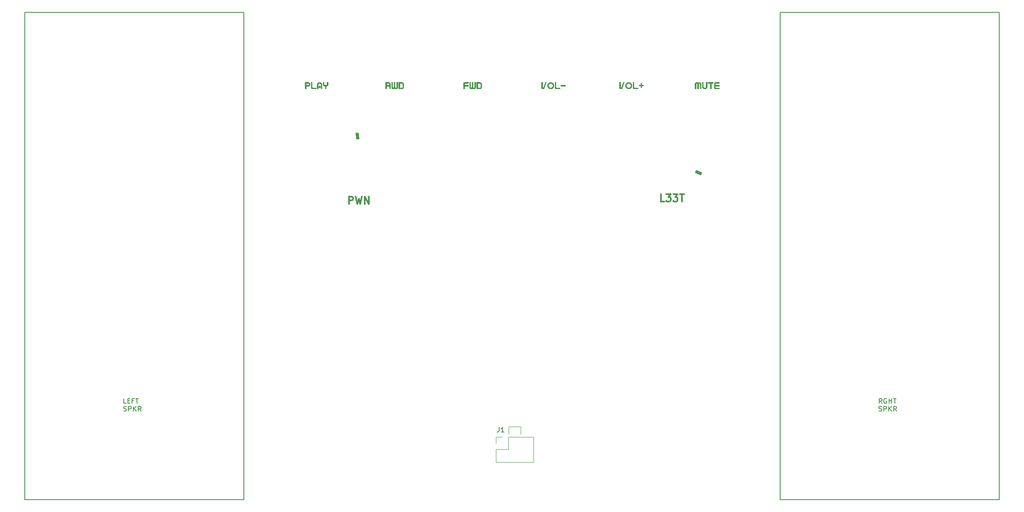
<source format=gbr>
%TF.GenerationSoftware,KiCad,Pcbnew,7.0.9*%
%TF.CreationDate,2024-02-01T20:29:03-08:00*%
%TF.ProjectId,DC32_Cnet_Badge_Main,44433332-5f43-46e6-9574-5f4261646765,rev?*%
%TF.SameCoordinates,Original*%
%TF.FileFunction,Legend,Top*%
%TF.FilePolarity,Positive*%
%FSLAX46Y46*%
G04 Gerber Fmt 4.6, Leading zero omitted, Abs format (unit mm)*
G04 Created by KiCad (PCBNEW 7.0.9) date 2024-02-01 20:29:03*
%MOMM*%
%LPD*%
G01*
G04 APERTURE LIST*
%ADD10C,0.150000*%
%ADD11C,0.187500*%
%ADD12C,0.300000*%
%ADD13C,0.010000*%
%ADD14C,0.120000*%
G04 APERTURE END LIST*
D10*
X205000000Y-59000000D02*
X250000000Y-59000000D01*
X250000000Y-159000000D01*
X205000000Y-159000000D01*
X205000000Y-59000000D01*
X50000000Y-59000000D02*
X95000000Y-59000000D01*
X95000000Y-159000000D01*
X50000000Y-159000000D01*
X50000000Y-59000000D01*
D11*
G36*
X108213073Y-73310089D02*
G01*
X108234800Y-73311605D01*
X108256144Y-73314131D01*
X108277104Y-73317667D01*
X108297680Y-73322214D01*
X108317873Y-73327771D01*
X108337683Y-73334338D01*
X108357109Y-73341916D01*
X108376151Y-73350504D01*
X108394810Y-73360102D01*
X108413085Y-73370711D01*
X108430977Y-73382330D01*
X108448485Y-73394960D01*
X108465610Y-73408600D01*
X108482351Y-73423250D01*
X108498709Y-73438911D01*
X108514369Y-73455224D01*
X108529019Y-73471924D01*
X108542659Y-73489010D01*
X108555289Y-73506482D01*
X108566908Y-73524341D01*
X108577517Y-73542586D01*
X108587115Y-73561218D01*
X108595703Y-73580236D01*
X108603281Y-73599640D01*
X108609849Y-73619431D01*
X108615406Y-73639608D01*
X108619952Y-73660172D01*
X108623488Y-73681122D01*
X108626014Y-73702458D01*
X108627530Y-73724181D01*
X108628035Y-73746290D01*
X108627530Y-73768397D01*
X108626014Y-73790111D01*
X108623488Y-73811433D01*
X108619952Y-73832363D01*
X108615406Y-73852901D01*
X108609849Y-73873047D01*
X108603281Y-73892800D01*
X108595703Y-73912162D01*
X108587115Y-73931131D01*
X108577517Y-73949709D01*
X108566908Y-73967894D01*
X108555289Y-73985687D01*
X108542659Y-74003088D01*
X108529019Y-74020096D01*
X108514369Y-74036713D01*
X108498709Y-74052937D01*
X108482351Y-74068465D01*
X108465610Y-74082991D01*
X108448485Y-74096515D01*
X108430977Y-74109037D01*
X108413085Y-74120557D01*
X108394810Y-74131076D01*
X108376151Y-74140593D01*
X108357109Y-74149108D01*
X108337683Y-74156621D01*
X108317873Y-74163133D01*
X108297680Y-74168643D01*
X108277104Y-74173151D01*
X108256144Y-74176657D01*
X108234800Y-74179161D01*
X108213073Y-74180664D01*
X108190963Y-74181165D01*
X107807745Y-74181165D01*
X107807745Y-74745000D01*
X107500000Y-74745000D01*
X107500000Y-73616964D01*
X107807745Y-73616964D01*
X107807745Y-73873419D01*
X108190963Y-73873419D01*
X108207293Y-73872516D01*
X108222855Y-73869805D01*
X108237647Y-73865288D01*
X108251670Y-73858965D01*
X108264924Y-73850834D01*
X108277409Y-73840897D01*
X108282187Y-73836416D01*
X108293164Y-73824459D01*
X108302280Y-73811715D01*
X108309536Y-73798184D01*
X108314931Y-73783866D01*
X108318466Y-73768760D01*
X108320140Y-73752868D01*
X108320289Y-73746290D01*
X108319359Y-73729960D01*
X108316568Y-73714398D01*
X108311917Y-73699606D01*
X108305406Y-73685583D01*
X108297034Y-73672329D01*
X108286801Y-73659844D01*
X108282187Y-73655066D01*
X108270010Y-73644089D01*
X108257064Y-73634973D01*
X108243349Y-73627717D01*
X108228864Y-73622322D01*
X108213610Y-73618787D01*
X108197587Y-73617113D01*
X108190963Y-73616964D01*
X107807745Y-73616964D01*
X107500000Y-73616964D01*
X107500000Y-73309584D01*
X108190963Y-73309584D01*
X108213073Y-73310089D01*
G37*
G36*
X108729518Y-73309584D02*
G01*
X109037264Y-73309584D01*
X109037264Y-74334672D01*
X109038346Y-74350407D01*
X109041592Y-74365189D01*
X109047001Y-74379017D01*
X109054575Y-74391893D01*
X109064312Y-74403816D01*
X109068039Y-74407578D01*
X109079940Y-74417663D01*
X109092562Y-74425662D01*
X109108200Y-74432356D01*
X109124819Y-74436210D01*
X109139846Y-74437254D01*
X109857554Y-74437254D01*
X109857554Y-74745000D01*
X109037264Y-74745000D01*
X109021735Y-74744647D01*
X109006472Y-74743591D01*
X108991476Y-74741831D01*
X108976745Y-74739367D01*
X108962281Y-74736198D01*
X108948083Y-74732326D01*
X108934151Y-74727749D01*
X108913752Y-74719564D01*
X108900486Y-74713227D01*
X108887486Y-74706186D01*
X108874752Y-74698440D01*
X108862284Y-74689991D01*
X108850082Y-74680838D01*
X108838147Y-74670980D01*
X108826478Y-74660419D01*
X108820743Y-74654874D01*
X108809696Y-74643419D01*
X108799362Y-74631678D01*
X108789741Y-74619651D01*
X108780832Y-74607338D01*
X108772636Y-74594739D01*
X108765153Y-74581853D01*
X108758382Y-74568681D01*
X108752324Y-74555223D01*
X108746979Y-74541478D01*
X108742346Y-74527448D01*
X108738427Y-74513131D01*
X108735220Y-74498528D01*
X108732725Y-74483639D01*
X108730943Y-74468463D01*
X108729874Y-74453001D01*
X108729518Y-74437254D01*
X108729518Y-73309584D01*
G37*
G36*
X111087072Y-74745000D02*
G01*
X110779326Y-74745000D01*
X110779326Y-73873419D01*
X110778666Y-73854092D01*
X110776686Y-73835268D01*
X110773385Y-73816947D01*
X110768764Y-73799127D01*
X110762824Y-73781810D01*
X110755562Y-73764995D01*
X110746981Y-73748683D01*
X110737080Y-73732872D01*
X110725858Y-73717565D01*
X110713316Y-73702759D01*
X110704221Y-73693168D01*
X110689928Y-73679549D01*
X110675074Y-73667270D01*
X110659660Y-73656331D01*
X110643685Y-73646731D01*
X110627151Y-73638471D01*
X110610056Y-73631550D01*
X110592401Y-73625968D01*
X110574185Y-73621727D01*
X110555409Y-73618824D01*
X110536073Y-73617262D01*
X110522871Y-73616964D01*
X110503545Y-73617634D01*
X110484721Y-73619643D01*
X110466399Y-73622992D01*
X110448579Y-73627680D01*
X110431262Y-73633708D01*
X110414447Y-73641075D01*
X110398135Y-73649782D01*
X110382325Y-73659829D01*
X110367017Y-73671214D01*
X110352211Y-73683940D01*
X110342620Y-73693168D01*
X110329067Y-73707638D01*
X110316847Y-73722611D01*
X110305960Y-73738087D01*
X110296406Y-73754064D01*
X110288186Y-73770544D01*
X110281298Y-73787527D01*
X110275744Y-73805011D01*
X110271522Y-73822998D01*
X110268634Y-73841487D01*
X110267079Y-73860479D01*
X110266782Y-73873419D01*
X110266782Y-74745000D01*
X109959036Y-74745000D01*
X109959036Y-73873419D01*
X109959685Y-73844688D01*
X109961630Y-73816472D01*
X109964871Y-73788772D01*
X109969409Y-73761586D01*
X109975244Y-73734916D01*
X109982375Y-73708761D01*
X109990803Y-73683121D01*
X110000527Y-73657997D01*
X110011548Y-73633387D01*
X110023866Y-73609293D01*
X110037480Y-73585714D01*
X110052391Y-73562650D01*
X110068598Y-73540102D01*
X110086102Y-73518068D01*
X110104902Y-73496550D01*
X110125000Y-73475547D01*
X110146045Y-73455450D01*
X110167601Y-73436650D01*
X110189666Y-73419146D01*
X110212240Y-73402938D01*
X110235324Y-73388028D01*
X110258917Y-73374414D01*
X110283020Y-73362096D01*
X110307632Y-73351075D01*
X110332754Y-73341351D01*
X110358385Y-73332923D01*
X110384526Y-73325792D01*
X110411176Y-73319957D01*
X110438335Y-73315419D01*
X110466004Y-73312177D01*
X110494183Y-73310233D01*
X110522871Y-73309584D01*
X110551821Y-73310233D01*
X110580236Y-73312177D01*
X110608115Y-73315419D01*
X110635459Y-73319957D01*
X110662268Y-73325792D01*
X110688542Y-73332923D01*
X110714281Y-73341351D01*
X110739484Y-73351075D01*
X110764152Y-73362096D01*
X110788285Y-73374414D01*
X110811882Y-73388028D01*
X110834945Y-73402938D01*
X110857472Y-73419146D01*
X110879464Y-73436650D01*
X110900920Y-73455450D01*
X110921842Y-73475547D01*
X110941850Y-73496550D01*
X110960568Y-73518068D01*
X110977994Y-73540102D01*
X110994130Y-73562650D01*
X111008975Y-73585714D01*
X111022529Y-73609293D01*
X111034792Y-73633387D01*
X111045765Y-73657997D01*
X111055446Y-73683121D01*
X111063837Y-73708761D01*
X111070936Y-73734916D01*
X111076745Y-73761586D01*
X111081263Y-73788772D01*
X111084490Y-73816472D01*
X111086427Y-73844688D01*
X111087072Y-73873419D01*
X111087072Y-74745000D01*
G37*
G36*
X110287299Y-74283747D02*
G01*
X110287901Y-74265850D01*
X110289707Y-74248430D01*
X110292718Y-74231486D01*
X110296933Y-74215019D01*
X110302352Y-74199029D01*
X110308976Y-74183515D01*
X110316804Y-74168477D01*
X110325836Y-74153917D01*
X110336072Y-74139832D01*
X110347513Y-74126225D01*
X110355809Y-74117418D01*
X110368981Y-74104978D01*
X110382668Y-74093761D01*
X110396870Y-74083769D01*
X110411588Y-74074999D01*
X110426821Y-74067454D01*
X110442569Y-74061132D01*
X110458832Y-74056034D01*
X110475610Y-74052159D01*
X110492904Y-74049508D01*
X110510712Y-74048080D01*
X110522871Y-74047808D01*
X110540702Y-74048420D01*
X110558064Y-74050255D01*
X110574955Y-74053314D01*
X110591375Y-74057597D01*
X110607326Y-74063103D01*
X110622807Y-74069833D01*
X110637818Y-74077786D01*
X110652358Y-74086963D01*
X110666428Y-74097364D01*
X110680028Y-74108988D01*
X110688834Y-74117418D01*
X110701340Y-74130708D01*
X110712615Y-74144474D01*
X110722660Y-74158717D01*
X110731475Y-74173437D01*
X110739061Y-74188633D01*
X110745416Y-74204306D01*
X110750541Y-74220455D01*
X110754436Y-74237081D01*
X110757101Y-74254184D01*
X110758536Y-74271763D01*
X110758810Y-74283747D01*
X110758195Y-74301899D01*
X110756350Y-74319536D01*
X110753275Y-74336658D01*
X110748969Y-74353265D01*
X110743434Y-74369356D01*
X110736669Y-74384932D01*
X110728674Y-74399993D01*
X110719448Y-74414539D01*
X110708993Y-74428570D01*
X110697308Y-74442085D01*
X110688834Y-74450809D01*
X110675547Y-74463052D01*
X110661790Y-74474092D01*
X110647563Y-74483927D01*
X110632866Y-74492557D01*
X110617699Y-74499984D01*
X110602062Y-74506206D01*
X110585954Y-74511224D01*
X110569376Y-74515037D01*
X110552329Y-74517646D01*
X110534811Y-74519051D01*
X110522871Y-74519319D01*
X110504719Y-74518717D01*
X110487082Y-74516911D01*
X110469960Y-74513900D01*
X110453353Y-74509685D01*
X110437262Y-74504266D01*
X110421686Y-74497642D01*
X110406625Y-74489814D01*
X110392079Y-74480782D01*
X110378048Y-74470546D01*
X110364533Y-74459105D01*
X110355809Y-74450809D01*
X110343565Y-74437637D01*
X110332526Y-74423950D01*
X110322691Y-74409748D01*
X110314061Y-74395030D01*
X110306634Y-74379797D01*
X110300412Y-74364049D01*
X110295394Y-74347786D01*
X110291581Y-74331008D01*
X110288971Y-74313714D01*
X110287566Y-74295906D01*
X110287299Y-74283747D01*
G37*
G36*
X111879518Y-73873419D02*
G01*
X111895849Y-73872516D01*
X111911410Y-73869805D01*
X111926203Y-73865288D01*
X111940226Y-73858965D01*
X111953480Y-73850834D01*
X111965964Y-73840897D01*
X111970743Y-73836416D01*
X111981719Y-73824459D01*
X111990835Y-73811715D01*
X111998091Y-73798184D01*
X112003487Y-73783866D01*
X112007021Y-73768760D01*
X112008696Y-73752868D01*
X112008845Y-73746290D01*
X112008845Y-73309584D01*
X112316591Y-73309584D01*
X112316591Y-73746290D01*
X112316137Y-73768397D01*
X112314776Y-73790111D01*
X112312508Y-73811433D01*
X112309332Y-73832363D01*
X112305249Y-73852901D01*
X112300259Y-73873047D01*
X112294361Y-73892800D01*
X112287556Y-73912162D01*
X112279844Y-73931131D01*
X112271224Y-73949709D01*
X112261697Y-73967894D01*
X112251263Y-73985687D01*
X112239922Y-74003088D01*
X112227673Y-74020096D01*
X112214517Y-74036713D01*
X112200453Y-74052937D01*
X112185737Y-74068465D01*
X112170531Y-74082991D01*
X112154836Y-74096515D01*
X112138652Y-74109037D01*
X112121978Y-74120557D01*
X112104815Y-74131076D01*
X112087162Y-74140593D01*
X112069020Y-74149108D01*
X112050388Y-74156621D01*
X112031267Y-74163133D01*
X112011657Y-74168643D01*
X111991557Y-74173151D01*
X111970967Y-74176657D01*
X111949889Y-74179161D01*
X111928320Y-74180664D01*
X111906263Y-74181165D01*
X111906263Y-74745000D01*
X111598883Y-74745000D01*
X111598883Y-74181165D01*
X111576824Y-74180664D01*
X111555251Y-74179161D01*
X111534165Y-74176657D01*
X111513566Y-74173151D01*
X111493453Y-74168643D01*
X111473827Y-74163133D01*
X111454687Y-74156621D01*
X111436034Y-74149108D01*
X111417868Y-74140593D01*
X111400188Y-74131076D01*
X111382994Y-74120557D01*
X111366287Y-74109037D01*
X111350067Y-74096515D01*
X111334334Y-74082991D01*
X111319087Y-74068465D01*
X111304326Y-74052937D01*
X111290307Y-74036713D01*
X111277192Y-74020096D01*
X111264982Y-74003088D01*
X111253676Y-73985687D01*
X111243275Y-73967894D01*
X111233778Y-73949709D01*
X111225186Y-73931131D01*
X111217498Y-73912162D01*
X111210714Y-73892800D01*
X111204835Y-73873047D01*
X111199861Y-73852901D01*
X111195791Y-73832363D01*
X111192625Y-73811433D01*
X111190364Y-73790111D01*
X111189007Y-73768397D01*
X111188555Y-73746290D01*
X111188555Y-73309584D01*
X111496301Y-73309584D01*
X111496301Y-73746290D01*
X111497222Y-73762498D01*
X111499986Y-73777918D01*
X111504592Y-73792551D01*
X111511041Y-73806397D01*
X111519333Y-73819456D01*
X111529467Y-73831728D01*
X111534036Y-73836416D01*
X111546310Y-73847076D01*
X111559317Y-73855929D01*
X111573058Y-73862976D01*
X111587531Y-73868215D01*
X111602739Y-73871648D01*
X111618680Y-73873274D01*
X111625261Y-73873419D01*
X111879518Y-73873419D01*
G37*
G36*
X141128035Y-73309584D02*
G01*
X141128035Y-73616964D01*
X140434874Y-73616964D01*
X140418561Y-73617894D01*
X140403053Y-73620685D01*
X140388350Y-73625336D01*
X140374452Y-73631847D01*
X140361360Y-73640219D01*
X140349072Y-73650452D01*
X140344382Y-73655066D01*
X140333827Y-73667243D01*
X140325062Y-73680189D01*
X140318085Y-73693904D01*
X140312897Y-73708389D01*
X140309499Y-73723643D01*
X140307889Y-73739666D01*
X140307745Y-73746290D01*
X140307745Y-73873419D01*
X141128035Y-73873419D01*
X141128035Y-74181165D01*
X140307745Y-74181165D01*
X140307745Y-74745000D01*
X140000000Y-74745000D01*
X140000000Y-73616964D01*
X140000090Y-73601000D01*
X140000910Y-73585348D01*
X140002460Y-73570008D01*
X140004739Y-73554980D01*
X140007749Y-73540264D01*
X140011488Y-73525859D01*
X140015958Y-73511767D01*
X140021157Y-73497987D01*
X140027086Y-73484519D01*
X140033745Y-73471363D01*
X140041134Y-73458519D01*
X140049253Y-73445986D01*
X140058101Y-73433766D01*
X140067680Y-73421858D01*
X140077988Y-73410261D01*
X140089026Y-73398977D01*
X140100614Y-73388152D01*
X140112479Y-73378026D01*
X140124622Y-73368598D01*
X140137043Y-73359868D01*
X140149741Y-73351836D01*
X140162717Y-73344503D01*
X140175970Y-73337869D01*
X140189501Y-73331933D01*
X140203310Y-73326695D01*
X140217397Y-73322155D01*
X140231761Y-73318314D01*
X140246402Y-73315171D01*
X140261322Y-73312727D01*
X140276519Y-73310981D01*
X140291993Y-73309933D01*
X140307745Y-73309584D01*
X141128035Y-73309584D01*
G37*
G36*
X141537264Y-73309584D02*
G01*
X141537264Y-74334672D01*
X141538449Y-74351295D01*
X141542004Y-74367095D01*
X141547929Y-74382070D01*
X141556223Y-74396221D01*
X141566888Y-74409547D01*
X141570969Y-74413806D01*
X141584021Y-74425261D01*
X141597897Y-74434345D01*
X141612598Y-74441060D01*
X141628122Y-74445405D01*
X141644471Y-74447380D01*
X141650104Y-74447512D01*
X141667187Y-74446327D01*
X141683266Y-74442772D01*
X141698340Y-74436847D01*
X141712409Y-74428552D01*
X141725474Y-74417888D01*
X141729605Y-74413806D01*
X141740811Y-74400754D01*
X141749698Y-74386878D01*
X141756267Y-74372178D01*
X141760517Y-74356653D01*
X141762449Y-74340304D01*
X141762578Y-74334672D01*
X141762578Y-73309584D01*
X142070324Y-73309584D01*
X142070324Y-74334672D01*
X142071470Y-74351295D01*
X142074909Y-74367095D01*
X142080641Y-74382070D01*
X142088665Y-74396221D01*
X142098982Y-74409547D01*
X142102930Y-74413806D01*
X142115875Y-74425261D01*
X142129978Y-74434345D01*
X142145241Y-74441060D01*
X142161663Y-74445405D01*
X142176234Y-74447215D01*
X142185362Y-74447512D01*
X142202523Y-74446327D01*
X142218833Y-74442772D01*
X142234293Y-74436847D01*
X142248904Y-74428552D01*
X142262664Y-74417888D01*
X142267062Y-74413806D01*
X142277194Y-74402987D01*
X142287086Y-74389248D01*
X142294505Y-74374685D01*
X142299450Y-74359298D01*
X142301923Y-74343086D01*
X142302233Y-74334672D01*
X142302233Y-73309584D01*
X142613642Y-73309584D01*
X142613642Y-74334672D01*
X142613170Y-74355508D01*
X142611753Y-74375979D01*
X142609392Y-74396083D01*
X142606086Y-74415821D01*
X142601836Y-74435193D01*
X142596641Y-74454198D01*
X142590501Y-74472837D01*
X142583417Y-74491109D01*
X142575389Y-74509015D01*
X142566416Y-74526555D01*
X142556498Y-74543728D01*
X142545636Y-74560535D01*
X142533829Y-74576976D01*
X142521078Y-74593050D01*
X142507382Y-74608758D01*
X142492742Y-74624099D01*
X142477445Y-74638740D01*
X142461778Y-74652435D01*
X142445743Y-74665186D01*
X142429338Y-74676993D01*
X142412564Y-74687855D01*
X142395421Y-74697773D01*
X142377908Y-74706746D01*
X142360027Y-74714774D01*
X142341776Y-74721858D01*
X142323155Y-74727998D01*
X142304166Y-74733193D01*
X142284807Y-74737443D01*
X142265080Y-74740749D01*
X142244982Y-74743110D01*
X142224516Y-74744527D01*
X142203681Y-74745000D01*
X142182595Y-74744599D01*
X142161927Y-74743397D01*
X142141676Y-74741393D01*
X142121844Y-74738588D01*
X142102430Y-74734982D01*
X142083433Y-74730574D01*
X142064854Y-74725365D01*
X142046693Y-74719354D01*
X142028951Y-74712542D01*
X142011626Y-74704928D01*
X141994718Y-74696513D01*
X141978229Y-74687297D01*
X141962158Y-74677279D01*
X141946504Y-74666460D01*
X141931269Y-74654840D01*
X141916451Y-74642418D01*
X141902662Y-74654840D01*
X141888407Y-74666460D01*
X141873685Y-74677279D01*
X141858497Y-74687297D01*
X141842842Y-74696513D01*
X141826720Y-74704928D01*
X141810132Y-74712542D01*
X141793078Y-74719354D01*
X141775557Y-74725365D01*
X141757569Y-74730574D01*
X141739115Y-74734982D01*
X141720194Y-74738588D01*
X141700807Y-74741393D01*
X141680953Y-74743397D01*
X141660633Y-74744599D01*
X141639846Y-74745000D01*
X141618747Y-74744527D01*
X141598040Y-74743110D01*
X141577726Y-74740749D01*
X141557803Y-74737443D01*
X141538273Y-74733193D01*
X141519135Y-74727998D01*
X141500389Y-74721858D01*
X141482035Y-74714774D01*
X141464073Y-74706746D01*
X141446503Y-74697773D01*
X141429325Y-74687855D01*
X141412540Y-74676993D01*
X141396146Y-74665186D01*
X141380145Y-74652435D01*
X141364536Y-74638740D01*
X141349319Y-74624099D01*
X141334812Y-74608758D01*
X141321241Y-74593050D01*
X141308605Y-74576976D01*
X141296906Y-74560535D01*
X141286143Y-74543728D01*
X141276315Y-74526555D01*
X141267424Y-74509015D01*
X141259468Y-74491109D01*
X141252449Y-74472837D01*
X141246365Y-74454198D01*
X141241217Y-74435193D01*
X141237006Y-74415821D01*
X141233730Y-74396083D01*
X141231390Y-74375979D01*
X141229986Y-74355508D01*
X141229518Y-74334672D01*
X141229518Y-73309584D01*
X141537264Y-73309584D01*
G37*
G36*
X143428565Y-73310089D02*
G01*
X143450292Y-73311605D01*
X143471636Y-73314131D01*
X143492596Y-73317667D01*
X143513172Y-73322214D01*
X143533365Y-73327771D01*
X143553175Y-73334338D01*
X143572601Y-73341916D01*
X143591643Y-73350504D01*
X143610302Y-73360102D01*
X143628577Y-73370711D01*
X143646469Y-73382330D01*
X143663977Y-73394960D01*
X143681102Y-73408600D01*
X143697843Y-73423250D01*
X143714200Y-73438911D01*
X143729861Y-73455224D01*
X143744511Y-73471924D01*
X143758151Y-73489010D01*
X143770781Y-73506482D01*
X143782400Y-73524341D01*
X143793009Y-73542586D01*
X143802607Y-73561218D01*
X143811195Y-73580236D01*
X143818773Y-73599640D01*
X143825341Y-73619431D01*
X143830898Y-73639608D01*
X143835444Y-73660172D01*
X143838980Y-73681122D01*
X143841506Y-73702458D01*
X143843022Y-73724181D01*
X143843527Y-73746290D01*
X143843527Y-74310125D01*
X143843022Y-74332231D01*
X143841506Y-74353946D01*
X143838980Y-74375268D01*
X143835444Y-74396198D01*
X143830898Y-74416736D01*
X143825341Y-74436881D01*
X143818773Y-74456635D01*
X143811195Y-74475997D01*
X143802607Y-74494966D01*
X143793009Y-74513543D01*
X143782400Y-74531728D01*
X143770781Y-74549521D01*
X143758151Y-74566922D01*
X143744511Y-74583931D01*
X143729861Y-74600548D01*
X143714200Y-74616772D01*
X143697843Y-74632300D01*
X143681102Y-74646825D01*
X143663977Y-74660349D01*
X143646469Y-74672872D01*
X143628577Y-74684392D01*
X143610302Y-74694911D01*
X143591643Y-74704428D01*
X143572601Y-74712943D01*
X143553175Y-74720456D01*
X143533365Y-74726968D01*
X143513172Y-74732477D01*
X143492596Y-74736985D01*
X143471636Y-74740492D01*
X143450292Y-74742996D01*
X143428565Y-74744499D01*
X143406454Y-74745000D01*
X142715491Y-74745000D01*
X142715491Y-73616964D01*
X143023237Y-73616964D01*
X143023237Y-74437254D01*
X143406454Y-74437254D01*
X143422785Y-74436359D01*
X143438347Y-74433676D01*
X143453139Y-74429204D01*
X143467162Y-74422942D01*
X143480416Y-74414892D01*
X143492901Y-74405054D01*
X143497679Y-74400617D01*
X143508656Y-74388651D01*
X143517772Y-74375880D01*
X143525028Y-74362304D01*
X143530423Y-74347924D01*
X143533958Y-74332738D01*
X143535632Y-74316747D01*
X143535781Y-74310125D01*
X143535781Y-73746290D01*
X143534851Y-73729960D01*
X143532060Y-73714398D01*
X143527409Y-73699606D01*
X143520898Y-73685583D01*
X143512526Y-73672329D01*
X143502293Y-73659844D01*
X143497679Y-73655066D01*
X143485502Y-73644089D01*
X143472556Y-73634973D01*
X143458841Y-73627717D01*
X143444356Y-73622322D01*
X143429102Y-73618787D01*
X143413079Y-73617113D01*
X143406454Y-73616964D01*
X143023237Y-73616964D01*
X142715491Y-73616964D01*
X142715491Y-73309584D01*
X143406454Y-73309584D01*
X143428565Y-73310089D01*
G37*
G36*
X187807745Y-74745000D02*
G01*
X187500000Y-74745000D01*
X187500000Y-73719546D01*
X187500467Y-73698710D01*
X187501871Y-73678244D01*
X187504211Y-73658147D01*
X187507487Y-73638419D01*
X187511699Y-73619060D01*
X187516847Y-73600071D01*
X187522930Y-73581451D01*
X187529950Y-73563200D01*
X187537905Y-73545318D01*
X187546797Y-73527806D01*
X187556624Y-73510662D01*
X187567388Y-73493888D01*
X187579087Y-73477484D01*
X187591722Y-73461448D01*
X187605293Y-73445782D01*
X187619801Y-73430484D01*
X187635018Y-73415844D01*
X187650627Y-73402149D01*
X187666628Y-73389397D01*
X187683021Y-73377591D01*
X187699807Y-73366729D01*
X187716984Y-73356811D01*
X187734554Y-73347838D01*
X187752516Y-73339809D01*
X187770870Y-73332725D01*
X187789616Y-73326586D01*
X187808754Y-73321391D01*
X187828285Y-73317141D01*
X187848207Y-73313835D01*
X187868522Y-73311473D01*
X187889229Y-73310057D01*
X187910327Y-73309584D01*
X187931114Y-73309985D01*
X187951435Y-73311187D01*
X187971288Y-73313191D01*
X187990676Y-73315996D01*
X188009596Y-73319602D01*
X188028051Y-73324010D01*
X188046038Y-73329219D01*
X188063559Y-73335230D01*
X188080614Y-73342042D01*
X188097202Y-73349655D01*
X188113323Y-73358070D01*
X188128978Y-73367287D01*
X188144167Y-73377304D01*
X188158888Y-73388124D01*
X188173144Y-73399744D01*
X188186933Y-73412166D01*
X188201750Y-73399744D01*
X188216986Y-73388124D01*
X188232639Y-73377304D01*
X188248711Y-73367287D01*
X188265200Y-73358070D01*
X188282107Y-73349655D01*
X188299432Y-73342042D01*
X188317175Y-73335230D01*
X188335336Y-73329219D01*
X188353914Y-73324010D01*
X188372911Y-73319602D01*
X188392325Y-73315996D01*
X188412158Y-73313191D01*
X188432408Y-73311187D01*
X188453076Y-73309985D01*
X188474162Y-73309584D01*
X188494998Y-73310057D01*
X188515464Y-73311473D01*
X188535561Y-73313835D01*
X188555289Y-73317141D01*
X188574648Y-73321391D01*
X188593637Y-73326586D01*
X188612257Y-73332725D01*
X188630508Y-73339809D01*
X188648390Y-73347838D01*
X188665902Y-73356811D01*
X188683046Y-73366729D01*
X188699820Y-73377591D01*
X188716224Y-73389397D01*
X188732260Y-73402149D01*
X188747926Y-73415844D01*
X188763224Y-73430484D01*
X188777864Y-73445782D01*
X188791559Y-73461448D01*
X188804311Y-73477484D01*
X188816117Y-73493888D01*
X188826979Y-73510662D01*
X188836897Y-73527806D01*
X188845870Y-73545318D01*
X188853899Y-73563200D01*
X188860983Y-73581451D01*
X188867122Y-73600071D01*
X188872317Y-73619060D01*
X188876567Y-73638419D01*
X188879873Y-73658147D01*
X188882235Y-73678244D01*
X188883651Y-73698710D01*
X188884124Y-73719546D01*
X188884124Y-74745000D01*
X188572714Y-74745000D01*
X188572714Y-73719546D01*
X188571478Y-73703047D01*
X188567768Y-73687346D01*
X188561586Y-73672444D01*
X188552930Y-73658340D01*
X188541802Y-73645035D01*
X188537543Y-73640778D01*
X188526372Y-73630962D01*
X188512186Y-73621379D01*
X188497151Y-73614192D01*
X188481266Y-73609401D01*
X188464530Y-73607005D01*
X188455844Y-73606706D01*
X188440790Y-73607538D01*
X188423789Y-73610732D01*
X188407946Y-73616322D01*
X188393263Y-73624307D01*
X188379739Y-73634689D01*
X188373412Y-73640778D01*
X188362331Y-73653816D01*
X188353542Y-73667654D01*
X188347047Y-73682290D01*
X188342843Y-73697724D01*
X188340933Y-73713957D01*
X188340806Y-73719546D01*
X188340806Y-74745000D01*
X188033060Y-74745000D01*
X188033060Y-73719546D01*
X188031900Y-73703047D01*
X188028423Y-73687346D01*
X188022627Y-73672444D01*
X188014512Y-73658340D01*
X188004080Y-73645035D01*
X188000087Y-73640778D01*
X187987357Y-73629198D01*
X187973623Y-73620015D01*
X187958884Y-73613227D01*
X187943140Y-73608835D01*
X187926392Y-73606839D01*
X187920586Y-73606706D01*
X187903962Y-73607904D01*
X187888162Y-73611497D01*
X187873187Y-73617486D01*
X187859036Y-73625871D01*
X187845710Y-73636652D01*
X187841451Y-73640778D01*
X187829996Y-73653816D01*
X187820912Y-73667654D01*
X187814197Y-73682290D01*
X187809852Y-73697724D01*
X187807877Y-73713957D01*
X187807745Y-73719546D01*
X187807745Y-74745000D01*
G37*
G36*
X190114009Y-73309584D02*
G01*
X190114009Y-74181165D01*
X190113363Y-74209853D01*
X190111427Y-74238031D01*
X190108200Y-74265701D01*
X190103682Y-74292860D01*
X190097873Y-74319510D01*
X190090773Y-74345651D01*
X190082382Y-74371282D01*
X190072701Y-74396404D01*
X190061729Y-74421016D01*
X190049465Y-74445119D01*
X190035911Y-74468712D01*
X190021067Y-74491796D01*
X190004931Y-74514370D01*
X189987504Y-74536435D01*
X189968787Y-74557991D01*
X189948778Y-74579036D01*
X189927857Y-74599134D01*
X189906400Y-74617934D01*
X189884408Y-74635438D01*
X189861881Y-74651645D01*
X189838819Y-74666556D01*
X189815221Y-74680170D01*
X189791089Y-74692488D01*
X189766420Y-74703509D01*
X189741217Y-74713233D01*
X189715479Y-74721661D01*
X189689205Y-74728792D01*
X189662396Y-74734627D01*
X189635052Y-74739165D01*
X189607172Y-74742406D01*
X189578758Y-74744351D01*
X189549808Y-74745000D01*
X189521120Y-74744351D01*
X189492941Y-74742406D01*
X189465272Y-74739165D01*
X189438112Y-74734627D01*
X189411462Y-74728792D01*
X189385321Y-74721661D01*
X189359690Y-74713233D01*
X189334569Y-74703509D01*
X189309956Y-74692488D01*
X189285854Y-74680170D01*
X189262260Y-74666556D01*
X189239176Y-74651645D01*
X189216602Y-74635438D01*
X189194537Y-74617934D01*
X189172982Y-74599134D01*
X189151936Y-74579036D01*
X189131839Y-74557991D01*
X189113038Y-74536435D01*
X189095535Y-74514370D01*
X189079327Y-74491796D01*
X189064416Y-74468712D01*
X189050802Y-74445119D01*
X189038485Y-74421016D01*
X189027464Y-74396404D01*
X189017739Y-74371282D01*
X189009312Y-74345651D01*
X189002180Y-74319510D01*
X188996346Y-74292860D01*
X188991808Y-74265701D01*
X188988566Y-74238031D01*
X188986621Y-74209853D01*
X188985973Y-74181165D01*
X188985973Y-73309584D01*
X189293719Y-73309584D01*
X189293719Y-74181165D01*
X189294386Y-74200491D01*
X189296385Y-74219315D01*
X189299718Y-74237637D01*
X189304384Y-74255457D01*
X189310382Y-74272774D01*
X189317714Y-74289589D01*
X189326379Y-74305901D01*
X189336378Y-74321711D01*
X189347709Y-74337019D01*
X189360373Y-74351825D01*
X189369556Y-74361416D01*
X189384027Y-74374969D01*
X189399000Y-74387189D01*
X189414475Y-74398076D01*
X189430453Y-74407630D01*
X189446933Y-74415850D01*
X189463915Y-74422738D01*
X189481400Y-74428292D01*
X189499387Y-74432514D01*
X189517876Y-74435402D01*
X189536867Y-74436957D01*
X189549808Y-74437254D01*
X189569517Y-74436587D01*
X189588667Y-74434587D01*
X189607256Y-74431255D01*
X189625284Y-74426589D01*
X189642753Y-74420590D01*
X189659661Y-74413258D01*
X189676009Y-74404593D01*
X189691797Y-74394595D01*
X189707024Y-74383264D01*
X189721691Y-74370600D01*
X189731158Y-74361416D01*
X189744580Y-74346945D01*
X189756682Y-74331972D01*
X189767463Y-74316497D01*
X189776925Y-74300519D01*
X189785066Y-74284040D01*
X189791887Y-74267057D01*
X189797388Y-74249573D01*
X189801569Y-74231586D01*
X189804429Y-74213097D01*
X189805969Y-74194105D01*
X189806263Y-74181165D01*
X189806263Y-73309584D01*
X190114009Y-73309584D01*
G37*
G36*
X190215491Y-73309584D02*
G01*
X191343527Y-73309584D01*
X191343527Y-73616964D01*
X190933199Y-73616964D01*
X190933199Y-74745000D01*
X190625819Y-74745000D01*
X190625819Y-73616964D01*
X190215491Y-73616964D01*
X190215491Y-73309584D01*
G37*
G36*
X192573046Y-73309584D02*
G01*
X192573046Y-73616964D01*
X191879884Y-73616964D01*
X191863571Y-73617894D01*
X191848064Y-73620685D01*
X191833361Y-73625336D01*
X191819463Y-73631847D01*
X191806370Y-73640219D01*
X191794082Y-73650452D01*
X191789392Y-73655066D01*
X191778838Y-73667243D01*
X191770072Y-73680189D01*
X191763096Y-73693904D01*
X191757908Y-73708389D01*
X191754509Y-73723643D01*
X191752899Y-73739666D01*
X191752756Y-73746290D01*
X191752756Y-73873419D01*
X192573046Y-73873419D01*
X192573046Y-74181165D01*
X191752756Y-74181165D01*
X191752756Y-74310125D01*
X191753650Y-74326438D01*
X191756334Y-74341946D01*
X191760806Y-74356649D01*
X191767067Y-74370547D01*
X191775117Y-74383639D01*
X191784956Y-74395927D01*
X191789392Y-74400617D01*
X191801358Y-74411172D01*
X191814129Y-74419937D01*
X191827705Y-74426914D01*
X191842086Y-74432102D01*
X191857272Y-74435500D01*
X191873263Y-74437110D01*
X191879884Y-74437254D01*
X192573046Y-74437254D01*
X192573046Y-74745000D01*
X191752756Y-74745000D01*
X191737004Y-74744647D01*
X191721529Y-74743591D01*
X191706332Y-74741831D01*
X191691413Y-74739367D01*
X191676771Y-74736198D01*
X191662407Y-74732326D01*
X191648321Y-74727749D01*
X191634512Y-74722468D01*
X191620981Y-74716483D01*
X191607727Y-74709794D01*
X191594751Y-74702401D01*
X191582053Y-74694304D01*
X191569632Y-74685503D01*
X191557490Y-74675997D01*
X191545624Y-74665788D01*
X191534036Y-74654874D01*
X191522998Y-74643419D01*
X191512690Y-74631678D01*
X191503112Y-74619651D01*
X191494263Y-74607338D01*
X191486144Y-74594739D01*
X191478756Y-74581853D01*
X191472097Y-74568681D01*
X191466168Y-74555223D01*
X191460968Y-74541478D01*
X191456499Y-74527448D01*
X191452759Y-74513131D01*
X191449750Y-74498528D01*
X191447470Y-74483639D01*
X191445920Y-74468463D01*
X191445100Y-74453001D01*
X191445010Y-74437254D01*
X191445010Y-73616964D01*
X191445100Y-73601000D01*
X191445920Y-73585348D01*
X191447470Y-73570008D01*
X191449750Y-73554980D01*
X191452759Y-73540264D01*
X191456499Y-73525859D01*
X191460968Y-73511767D01*
X191466168Y-73497987D01*
X191472097Y-73484519D01*
X191478756Y-73471363D01*
X191486144Y-73458519D01*
X191494263Y-73445986D01*
X191503112Y-73433766D01*
X191512690Y-73421858D01*
X191522998Y-73410261D01*
X191534036Y-73398977D01*
X191545624Y-73388152D01*
X191557490Y-73378026D01*
X191569632Y-73368598D01*
X191582053Y-73359868D01*
X191594751Y-73351836D01*
X191607727Y-73344503D01*
X191620981Y-73337869D01*
X191634512Y-73331933D01*
X191648321Y-73326695D01*
X191662407Y-73322155D01*
X191676771Y-73318314D01*
X191691413Y-73315171D01*
X191706332Y-73312727D01*
X191721529Y-73310981D01*
X191737004Y-73309933D01*
X191752756Y-73309584D01*
X192573046Y-73309584D01*
G37*
D10*
X70812969Y-139259819D02*
X70336779Y-139259819D01*
X70336779Y-139259819D02*
X70336779Y-138259819D01*
X71146303Y-138736009D02*
X71479636Y-138736009D01*
X71622493Y-139259819D02*
X71146303Y-139259819D01*
X71146303Y-139259819D02*
X71146303Y-138259819D01*
X71146303Y-138259819D02*
X71622493Y-138259819D01*
X72384398Y-138736009D02*
X72051065Y-138736009D01*
X72051065Y-139259819D02*
X72051065Y-138259819D01*
X72051065Y-138259819D02*
X72527255Y-138259819D01*
X72765351Y-138259819D02*
X73336779Y-138259819D01*
X73051065Y-139259819D02*
X73051065Y-138259819D01*
X70289160Y-140822200D02*
X70432017Y-140869819D01*
X70432017Y-140869819D02*
X70670112Y-140869819D01*
X70670112Y-140869819D02*
X70765350Y-140822200D01*
X70765350Y-140822200D02*
X70812969Y-140774580D01*
X70812969Y-140774580D02*
X70860588Y-140679342D01*
X70860588Y-140679342D02*
X70860588Y-140584104D01*
X70860588Y-140584104D02*
X70812969Y-140488866D01*
X70812969Y-140488866D02*
X70765350Y-140441247D01*
X70765350Y-140441247D02*
X70670112Y-140393628D01*
X70670112Y-140393628D02*
X70479636Y-140346009D01*
X70479636Y-140346009D02*
X70384398Y-140298390D01*
X70384398Y-140298390D02*
X70336779Y-140250771D01*
X70336779Y-140250771D02*
X70289160Y-140155533D01*
X70289160Y-140155533D02*
X70289160Y-140060295D01*
X70289160Y-140060295D02*
X70336779Y-139965057D01*
X70336779Y-139965057D02*
X70384398Y-139917438D01*
X70384398Y-139917438D02*
X70479636Y-139869819D01*
X70479636Y-139869819D02*
X70717731Y-139869819D01*
X70717731Y-139869819D02*
X70860588Y-139917438D01*
X71289160Y-140869819D02*
X71289160Y-139869819D01*
X71289160Y-139869819D02*
X71670112Y-139869819D01*
X71670112Y-139869819D02*
X71765350Y-139917438D01*
X71765350Y-139917438D02*
X71812969Y-139965057D01*
X71812969Y-139965057D02*
X71860588Y-140060295D01*
X71860588Y-140060295D02*
X71860588Y-140203152D01*
X71860588Y-140203152D02*
X71812969Y-140298390D01*
X71812969Y-140298390D02*
X71765350Y-140346009D01*
X71765350Y-140346009D02*
X71670112Y-140393628D01*
X71670112Y-140393628D02*
X71289160Y-140393628D01*
X72289160Y-140869819D02*
X72289160Y-139869819D01*
X72860588Y-140869819D02*
X72432017Y-140298390D01*
X72860588Y-139869819D02*
X72289160Y-140441247D01*
X73860588Y-140869819D02*
X73527255Y-140393628D01*
X73289160Y-140869819D02*
X73289160Y-139869819D01*
X73289160Y-139869819D02*
X73670112Y-139869819D01*
X73670112Y-139869819D02*
X73765350Y-139917438D01*
X73765350Y-139917438D02*
X73812969Y-139965057D01*
X73812969Y-139965057D02*
X73860588Y-140060295D01*
X73860588Y-140060295D02*
X73860588Y-140203152D01*
X73860588Y-140203152D02*
X73812969Y-140298390D01*
X73812969Y-140298390D02*
X73765350Y-140346009D01*
X73765350Y-140346009D02*
X73670112Y-140393628D01*
X73670112Y-140393628D02*
X73289160Y-140393628D01*
D11*
G36*
X172307745Y-74310125D02*
G01*
X172308640Y-74326438D01*
X172311323Y-74341946D01*
X172315795Y-74356649D01*
X172322057Y-74370547D01*
X172330107Y-74383639D01*
X172339945Y-74395927D01*
X172344382Y-74400617D01*
X172355749Y-74411172D01*
X172368869Y-74421476D01*
X172381423Y-74429204D01*
X172395352Y-74434964D01*
X172410327Y-74437254D01*
X172820289Y-73309584D01*
X173128035Y-73309584D01*
X172615125Y-74745000D01*
X172307745Y-74745000D01*
X172291993Y-74744647D01*
X172276519Y-74743591D01*
X172261322Y-74741831D01*
X172246402Y-74739367D01*
X172231761Y-74736198D01*
X172217397Y-74732326D01*
X172203310Y-74727749D01*
X172189501Y-74722468D01*
X172175970Y-74716483D01*
X172162717Y-74709794D01*
X172149741Y-74702401D01*
X172137043Y-74694304D01*
X172124622Y-74685503D01*
X172112479Y-74675997D01*
X172100614Y-74665788D01*
X172089026Y-74654874D01*
X172077988Y-74643419D01*
X172067680Y-74631678D01*
X172058101Y-74619651D01*
X172049253Y-74607338D01*
X172041134Y-74594739D01*
X172033745Y-74581853D01*
X172027086Y-74568681D01*
X172021157Y-74555223D01*
X172015958Y-74541478D01*
X172011488Y-74527448D01*
X172007749Y-74513131D01*
X172004739Y-74498528D01*
X172002460Y-74483639D01*
X172000910Y-74468463D01*
X172000090Y-74453001D01*
X172000000Y-74437254D01*
X172000000Y-73309584D01*
X172307745Y-73309584D01*
X172307745Y-74310125D01*
G37*
G36*
X173965487Y-73309791D02*
G01*
X173983590Y-73310413D01*
X174001534Y-73311449D01*
X174019319Y-73312899D01*
X174036945Y-73314763D01*
X174054413Y-73317042D01*
X174071721Y-73319735D01*
X174088871Y-73322842D01*
X174105862Y-73326364D01*
X174122694Y-73330300D01*
X174139367Y-73334650D01*
X174155882Y-73339414D01*
X174172237Y-73344593D01*
X174188434Y-73350186D01*
X174204471Y-73356194D01*
X174220350Y-73362616D01*
X174236070Y-73369452D01*
X174251631Y-73376702D01*
X174267034Y-73384367D01*
X174282277Y-73392446D01*
X174297362Y-73400939D01*
X174312288Y-73409846D01*
X174327054Y-73419168D01*
X174341663Y-73428905D01*
X174356112Y-73439055D01*
X174370402Y-73449620D01*
X174384534Y-73460599D01*
X174398506Y-73471992D01*
X174412320Y-73483800D01*
X174425975Y-73496022D01*
X174439471Y-73508659D01*
X174452808Y-73521709D01*
X174465859Y-73535046D01*
X174478495Y-73548543D01*
X174490717Y-73562197D01*
X174502525Y-73576011D01*
X174513918Y-73589984D01*
X174524898Y-73604115D01*
X174535462Y-73618406D01*
X174545613Y-73632855D01*
X174555349Y-73647463D01*
X174564671Y-73662230D01*
X174573579Y-73677156D01*
X174582072Y-73692240D01*
X174590151Y-73707484D01*
X174597816Y-73722886D01*
X174605066Y-73738447D01*
X174611902Y-73754167D01*
X174618324Y-73770046D01*
X174624331Y-73786084D01*
X174629924Y-73802281D01*
X174635103Y-73818636D01*
X174639868Y-73835150D01*
X174644218Y-73851823D01*
X174648154Y-73868655D01*
X174651675Y-73885646D01*
X174654783Y-73902796D01*
X174657476Y-73920105D01*
X174659754Y-73937572D01*
X174661619Y-73955198D01*
X174663069Y-73972983D01*
X174664105Y-73990927D01*
X174664726Y-74009030D01*
X174664933Y-74027292D01*
X174664726Y-74045666D01*
X174664105Y-74063875D01*
X174663069Y-74081921D01*
X174661619Y-74099803D01*
X174659754Y-74117522D01*
X174657476Y-74135076D01*
X174654783Y-74152466D01*
X174651675Y-74169693D01*
X174648154Y-74186756D01*
X174644218Y-74203655D01*
X174639868Y-74220390D01*
X174635103Y-74236961D01*
X174629924Y-74253368D01*
X174624331Y-74269612D01*
X174618324Y-74285691D01*
X174611902Y-74301607D01*
X174605066Y-74317359D01*
X174597816Y-74332947D01*
X174590151Y-74348371D01*
X174582072Y-74363631D01*
X174573579Y-74378728D01*
X174564671Y-74393660D01*
X174555349Y-74408429D01*
X174545613Y-74423034D01*
X174535462Y-74437475D01*
X174524898Y-74451752D01*
X174513918Y-74465865D01*
X174502525Y-74479815D01*
X174490717Y-74493600D01*
X174478495Y-74507222D01*
X174465859Y-74520680D01*
X174452808Y-74533974D01*
X174439471Y-74546957D01*
X174425975Y-74559528D01*
X174412320Y-74571686D01*
X174398506Y-74583433D01*
X174384534Y-74594767D01*
X174370402Y-74605689D01*
X174356112Y-74616200D01*
X174341663Y-74626297D01*
X174327054Y-74635983D01*
X174312288Y-74645257D01*
X174297362Y-74654118D01*
X174282277Y-74662568D01*
X174267034Y-74670605D01*
X174251631Y-74678230D01*
X174236070Y-74685442D01*
X174220350Y-74692243D01*
X174204471Y-74698632D01*
X174188434Y-74704608D01*
X174172237Y-74710172D01*
X174155882Y-74715324D01*
X174139367Y-74720064D01*
X174122694Y-74724392D01*
X174105862Y-74728307D01*
X174088871Y-74731810D01*
X174071721Y-74734902D01*
X174054413Y-74737581D01*
X174036945Y-74739848D01*
X174019319Y-74741702D01*
X174001534Y-74743145D01*
X173983590Y-74744175D01*
X173965487Y-74744793D01*
X173947226Y-74745000D01*
X173928852Y-74744793D01*
X173910642Y-74744175D01*
X173892596Y-74743145D01*
X173874714Y-74741702D01*
X173856996Y-74739848D01*
X173839442Y-74737581D01*
X173822051Y-74734902D01*
X173804824Y-74731810D01*
X173787762Y-74728307D01*
X173770863Y-74724392D01*
X173754128Y-74720064D01*
X173737556Y-74715324D01*
X173721149Y-74710172D01*
X173704906Y-74704608D01*
X173688826Y-74698632D01*
X173672910Y-74692243D01*
X173657158Y-74685442D01*
X173641570Y-74678230D01*
X173626146Y-74670605D01*
X173610886Y-74662568D01*
X173595790Y-74654118D01*
X173580857Y-74645257D01*
X173566088Y-74635983D01*
X173551483Y-74626297D01*
X173537043Y-74616200D01*
X173522765Y-74605689D01*
X173508652Y-74594767D01*
X173494703Y-74583433D01*
X173480917Y-74571686D01*
X173467296Y-74559528D01*
X173453838Y-74546957D01*
X173440544Y-74533974D01*
X173427561Y-74520680D01*
X173414990Y-74507222D01*
X173402831Y-74493600D01*
X173391085Y-74479815D01*
X173379750Y-74465865D01*
X173368828Y-74451752D01*
X173358318Y-74437475D01*
X173348220Y-74423034D01*
X173338534Y-74408429D01*
X173329261Y-74393660D01*
X173320399Y-74378728D01*
X173311950Y-74363631D01*
X173303913Y-74348371D01*
X173296288Y-74332947D01*
X173289075Y-74317359D01*
X173282274Y-74301607D01*
X173275886Y-74285691D01*
X173269910Y-74269612D01*
X173264345Y-74253368D01*
X173259193Y-74236961D01*
X173254454Y-74220390D01*
X173250126Y-74203655D01*
X173246210Y-74186756D01*
X173242707Y-74169693D01*
X173239616Y-74152466D01*
X173236937Y-74135076D01*
X173234670Y-74117522D01*
X173232815Y-74099803D01*
X173231373Y-74081921D01*
X173230342Y-74063875D01*
X173229724Y-74045666D01*
X173229518Y-74027292D01*
X173537264Y-74027292D01*
X173537732Y-74048346D01*
X173539136Y-74069012D01*
X173541476Y-74089288D01*
X173544752Y-74109174D01*
X173548963Y-74128672D01*
X173554111Y-74147780D01*
X173560195Y-74166499D01*
X173567214Y-74184829D01*
X173575170Y-74202769D01*
X173584061Y-74220320D01*
X173593889Y-74237482D01*
X173604652Y-74254255D01*
X173616351Y-74270638D01*
X173628987Y-74286632D01*
X173642558Y-74302237D01*
X173657065Y-74317452D01*
X173672281Y-74331960D01*
X173687885Y-74345531D01*
X173703880Y-74358166D01*
X173720263Y-74369865D01*
X173737036Y-74380629D01*
X173754197Y-74390456D01*
X173771749Y-74399348D01*
X173789689Y-74407303D01*
X173808019Y-74414323D01*
X173826738Y-74420406D01*
X173845846Y-74425554D01*
X173865343Y-74429766D01*
X173885230Y-74433042D01*
X173905506Y-74435382D01*
X173926171Y-74436786D01*
X173947226Y-74437254D01*
X173968061Y-74436786D01*
X173988527Y-74435382D01*
X174008625Y-74433042D01*
X174028352Y-74429766D01*
X174047711Y-74425554D01*
X174066700Y-74420406D01*
X174085321Y-74414323D01*
X174103572Y-74407303D01*
X174121453Y-74399348D01*
X174138966Y-74390456D01*
X174156109Y-74380629D01*
X174172883Y-74369865D01*
X174189288Y-74358166D01*
X174205324Y-74345531D01*
X174220990Y-74331960D01*
X174236287Y-74317452D01*
X174250972Y-74302237D01*
X174264709Y-74286632D01*
X174277499Y-74270638D01*
X174289341Y-74254255D01*
X174300236Y-74237482D01*
X174310184Y-74220320D01*
X174319184Y-74202769D01*
X174327237Y-74184829D01*
X174334342Y-74166499D01*
X174340500Y-74147780D01*
X174345711Y-74128672D01*
X174349974Y-74109174D01*
X174353290Y-74089288D01*
X174355659Y-74069012D01*
X174357080Y-74048346D01*
X174357554Y-74027292D01*
X174357080Y-74006456D01*
X174355659Y-73985990D01*
X174353290Y-73965893D01*
X174349974Y-73946165D01*
X174345711Y-73926806D01*
X174340500Y-73907817D01*
X174334342Y-73889197D01*
X174327237Y-73870946D01*
X174319184Y-73853064D01*
X174310184Y-73835552D01*
X174300236Y-73818408D01*
X174289341Y-73801634D01*
X174277499Y-73785230D01*
X174264709Y-73769194D01*
X174250972Y-73753528D01*
X174236287Y-73738230D01*
X174220990Y-73723546D01*
X174205324Y-73709809D01*
X174189288Y-73697019D01*
X174172883Y-73685176D01*
X174156109Y-73674281D01*
X174138966Y-73664334D01*
X174121453Y-73655333D01*
X174103572Y-73647281D01*
X174085321Y-73640175D01*
X174066700Y-73634017D01*
X174047711Y-73628806D01*
X174028352Y-73624543D01*
X174008625Y-73621227D01*
X173988527Y-73618859D01*
X173968061Y-73617438D01*
X173947226Y-73616964D01*
X173926171Y-73617438D01*
X173905506Y-73618859D01*
X173885230Y-73621227D01*
X173865343Y-73624543D01*
X173845846Y-73628806D01*
X173826738Y-73634017D01*
X173808019Y-73640175D01*
X173789689Y-73647281D01*
X173771749Y-73655333D01*
X173754197Y-73664334D01*
X173737036Y-73674281D01*
X173720263Y-73685176D01*
X173703880Y-73697019D01*
X173687885Y-73709809D01*
X173672281Y-73723546D01*
X173657065Y-73738230D01*
X173642558Y-73753528D01*
X173628987Y-73769194D01*
X173616351Y-73785230D01*
X173604652Y-73801634D01*
X173593889Y-73818408D01*
X173584061Y-73835552D01*
X173575170Y-73853064D01*
X173567214Y-73870946D01*
X173560195Y-73889197D01*
X173554111Y-73907817D01*
X173548963Y-73926806D01*
X173544752Y-73946165D01*
X173541476Y-73965893D01*
X173539136Y-73985990D01*
X173537732Y-74006456D01*
X173537264Y-74027292D01*
X173229518Y-74027292D01*
X173229724Y-74009030D01*
X173230342Y-73990927D01*
X173231373Y-73972983D01*
X173232815Y-73955198D01*
X173234670Y-73937572D01*
X173236937Y-73920105D01*
X173239616Y-73902796D01*
X173242707Y-73885646D01*
X173246210Y-73868655D01*
X173250126Y-73851823D01*
X173254454Y-73835150D01*
X173259193Y-73818636D01*
X173264345Y-73802281D01*
X173269910Y-73786084D01*
X173275886Y-73770046D01*
X173282274Y-73754167D01*
X173289075Y-73738447D01*
X173296288Y-73722886D01*
X173303913Y-73707484D01*
X173311950Y-73692240D01*
X173320399Y-73677156D01*
X173329261Y-73662230D01*
X173338534Y-73647463D01*
X173348220Y-73632855D01*
X173358318Y-73618406D01*
X173368828Y-73604115D01*
X173379750Y-73589984D01*
X173391085Y-73576011D01*
X173402831Y-73562197D01*
X173414990Y-73548543D01*
X173427561Y-73535046D01*
X173440544Y-73521709D01*
X173453838Y-73508659D01*
X173467296Y-73496022D01*
X173480917Y-73483800D01*
X173494703Y-73471992D01*
X173508652Y-73460599D01*
X173522765Y-73449620D01*
X173537043Y-73439055D01*
X173551483Y-73428905D01*
X173566088Y-73419168D01*
X173580857Y-73409846D01*
X173595790Y-73400939D01*
X173610886Y-73392446D01*
X173626146Y-73384367D01*
X173641570Y-73376702D01*
X173657158Y-73369452D01*
X173672910Y-73362616D01*
X173688826Y-73356194D01*
X173704906Y-73350186D01*
X173721149Y-73344593D01*
X173737556Y-73339414D01*
X173754128Y-73334650D01*
X173770863Y-73330300D01*
X173787762Y-73326364D01*
X173804824Y-73322842D01*
X173822051Y-73319735D01*
X173839442Y-73317042D01*
X173856996Y-73314763D01*
X173874714Y-73312899D01*
X173892596Y-73311449D01*
X173910642Y-73310413D01*
X173928852Y-73309791D01*
X173947226Y-73309584D01*
X173965487Y-73309791D01*
G37*
G36*
X174766782Y-73309584D02*
G01*
X175074528Y-73309584D01*
X175074528Y-74334672D01*
X175075610Y-74350407D01*
X175078856Y-74365189D01*
X175084266Y-74379017D01*
X175091839Y-74391893D01*
X175101576Y-74403816D01*
X175105303Y-74407578D01*
X175117204Y-74417663D01*
X175129827Y-74425662D01*
X175145464Y-74432356D01*
X175162084Y-74436210D01*
X175177110Y-74437254D01*
X175894818Y-74437254D01*
X175894818Y-74745000D01*
X175074528Y-74745000D01*
X175058999Y-74744647D01*
X175043737Y-74743591D01*
X175028740Y-74741831D01*
X175014010Y-74739367D01*
X174999545Y-74736198D01*
X174985347Y-74732326D01*
X174971416Y-74727749D01*
X174951017Y-74719564D01*
X174937750Y-74713227D01*
X174924750Y-74706186D01*
X174912016Y-74698440D01*
X174899548Y-74689991D01*
X174887347Y-74680838D01*
X174875411Y-74670980D01*
X174863742Y-74660419D01*
X174858007Y-74654874D01*
X174846960Y-74643419D01*
X174836626Y-74631678D01*
X174827005Y-74619651D01*
X174818096Y-74607338D01*
X174809900Y-74594739D01*
X174802417Y-74581853D01*
X174795647Y-74568681D01*
X174789589Y-74555223D01*
X174784243Y-74541478D01*
X174779611Y-74527448D01*
X174775691Y-74513131D01*
X174772484Y-74498528D01*
X174769990Y-74483639D01*
X174768208Y-74468463D01*
X174767139Y-74453001D01*
X174766782Y-74437254D01*
X174766782Y-73309584D01*
G37*
G36*
X176433007Y-73565673D02*
G01*
X176433007Y-73900163D01*
X176098883Y-73900163D01*
X176098883Y-74154420D01*
X176433007Y-74154420D01*
X176433007Y-74488545D01*
X176687264Y-74488545D01*
X176687264Y-74154420D01*
X177021755Y-74154420D01*
X177021755Y-73900163D01*
X176687264Y-73900163D01*
X176687264Y-73565673D01*
X176433007Y-73565673D01*
G37*
G36*
X156307745Y-74310125D02*
G01*
X156308640Y-74326438D01*
X156311323Y-74341946D01*
X156315795Y-74356649D01*
X156322057Y-74370547D01*
X156330107Y-74383639D01*
X156339945Y-74395927D01*
X156344382Y-74400617D01*
X156355749Y-74411172D01*
X156368869Y-74421476D01*
X156381423Y-74429204D01*
X156395352Y-74434964D01*
X156410327Y-74437254D01*
X156820289Y-73309584D01*
X157128035Y-73309584D01*
X156615125Y-74745000D01*
X156307745Y-74745000D01*
X156291993Y-74744647D01*
X156276519Y-74743591D01*
X156261322Y-74741831D01*
X156246402Y-74739367D01*
X156231761Y-74736198D01*
X156217397Y-74732326D01*
X156203310Y-74727749D01*
X156189501Y-74722468D01*
X156175970Y-74716483D01*
X156162717Y-74709794D01*
X156149741Y-74702401D01*
X156137043Y-74694304D01*
X156124622Y-74685503D01*
X156112479Y-74675997D01*
X156100614Y-74665788D01*
X156089026Y-74654874D01*
X156077988Y-74643419D01*
X156067680Y-74631678D01*
X156058101Y-74619651D01*
X156049253Y-74607338D01*
X156041134Y-74594739D01*
X156033745Y-74581853D01*
X156027086Y-74568681D01*
X156021157Y-74555223D01*
X156015958Y-74541478D01*
X156011488Y-74527448D01*
X156007749Y-74513131D01*
X156004739Y-74498528D01*
X156002460Y-74483639D01*
X156000910Y-74468463D01*
X156000090Y-74453001D01*
X156000000Y-74437254D01*
X156000000Y-73309584D01*
X156307745Y-73309584D01*
X156307745Y-74310125D01*
G37*
G36*
X157965487Y-73309791D02*
G01*
X157983590Y-73310413D01*
X158001534Y-73311449D01*
X158019319Y-73312899D01*
X158036945Y-73314763D01*
X158054413Y-73317042D01*
X158071721Y-73319735D01*
X158088871Y-73322842D01*
X158105862Y-73326364D01*
X158122694Y-73330300D01*
X158139367Y-73334650D01*
X158155882Y-73339414D01*
X158172237Y-73344593D01*
X158188434Y-73350186D01*
X158204471Y-73356194D01*
X158220350Y-73362616D01*
X158236070Y-73369452D01*
X158251631Y-73376702D01*
X158267034Y-73384367D01*
X158282277Y-73392446D01*
X158297362Y-73400939D01*
X158312288Y-73409846D01*
X158327054Y-73419168D01*
X158341663Y-73428905D01*
X158356112Y-73439055D01*
X158370402Y-73449620D01*
X158384534Y-73460599D01*
X158398506Y-73471992D01*
X158412320Y-73483800D01*
X158425975Y-73496022D01*
X158439471Y-73508659D01*
X158452808Y-73521709D01*
X158465859Y-73535046D01*
X158478495Y-73548543D01*
X158490717Y-73562197D01*
X158502525Y-73576011D01*
X158513918Y-73589984D01*
X158524898Y-73604115D01*
X158535462Y-73618406D01*
X158545613Y-73632855D01*
X158555349Y-73647463D01*
X158564671Y-73662230D01*
X158573579Y-73677156D01*
X158582072Y-73692240D01*
X158590151Y-73707484D01*
X158597816Y-73722886D01*
X158605066Y-73738447D01*
X158611902Y-73754167D01*
X158618324Y-73770046D01*
X158624331Y-73786084D01*
X158629924Y-73802281D01*
X158635103Y-73818636D01*
X158639868Y-73835150D01*
X158644218Y-73851823D01*
X158648154Y-73868655D01*
X158651675Y-73885646D01*
X158654783Y-73902796D01*
X158657476Y-73920105D01*
X158659754Y-73937572D01*
X158661619Y-73955198D01*
X158663069Y-73972983D01*
X158664105Y-73990927D01*
X158664726Y-74009030D01*
X158664933Y-74027292D01*
X158664726Y-74045666D01*
X158664105Y-74063875D01*
X158663069Y-74081921D01*
X158661619Y-74099803D01*
X158659754Y-74117522D01*
X158657476Y-74135076D01*
X158654783Y-74152466D01*
X158651675Y-74169693D01*
X158648154Y-74186756D01*
X158644218Y-74203655D01*
X158639868Y-74220390D01*
X158635103Y-74236961D01*
X158629924Y-74253368D01*
X158624331Y-74269612D01*
X158618324Y-74285691D01*
X158611902Y-74301607D01*
X158605066Y-74317359D01*
X158597816Y-74332947D01*
X158590151Y-74348371D01*
X158582072Y-74363631D01*
X158573579Y-74378728D01*
X158564671Y-74393660D01*
X158555349Y-74408429D01*
X158545613Y-74423034D01*
X158535462Y-74437475D01*
X158524898Y-74451752D01*
X158513918Y-74465865D01*
X158502525Y-74479815D01*
X158490717Y-74493600D01*
X158478495Y-74507222D01*
X158465859Y-74520680D01*
X158452808Y-74533974D01*
X158439471Y-74546957D01*
X158425975Y-74559528D01*
X158412320Y-74571686D01*
X158398506Y-74583433D01*
X158384534Y-74594767D01*
X158370402Y-74605689D01*
X158356112Y-74616200D01*
X158341663Y-74626297D01*
X158327054Y-74635983D01*
X158312288Y-74645257D01*
X158297362Y-74654118D01*
X158282277Y-74662568D01*
X158267034Y-74670605D01*
X158251631Y-74678230D01*
X158236070Y-74685442D01*
X158220350Y-74692243D01*
X158204471Y-74698632D01*
X158188434Y-74704608D01*
X158172237Y-74710172D01*
X158155882Y-74715324D01*
X158139367Y-74720064D01*
X158122694Y-74724392D01*
X158105862Y-74728307D01*
X158088871Y-74731810D01*
X158071721Y-74734902D01*
X158054413Y-74737581D01*
X158036945Y-74739848D01*
X158019319Y-74741702D01*
X158001534Y-74743145D01*
X157983590Y-74744175D01*
X157965487Y-74744793D01*
X157947226Y-74745000D01*
X157928852Y-74744793D01*
X157910642Y-74744175D01*
X157892596Y-74743145D01*
X157874714Y-74741702D01*
X157856996Y-74739848D01*
X157839442Y-74737581D01*
X157822051Y-74734902D01*
X157804824Y-74731810D01*
X157787762Y-74728307D01*
X157770863Y-74724392D01*
X157754128Y-74720064D01*
X157737556Y-74715324D01*
X157721149Y-74710172D01*
X157704906Y-74704608D01*
X157688826Y-74698632D01*
X157672910Y-74692243D01*
X157657158Y-74685442D01*
X157641570Y-74678230D01*
X157626146Y-74670605D01*
X157610886Y-74662568D01*
X157595790Y-74654118D01*
X157580857Y-74645257D01*
X157566088Y-74635983D01*
X157551483Y-74626297D01*
X157537043Y-74616200D01*
X157522765Y-74605689D01*
X157508652Y-74594767D01*
X157494703Y-74583433D01*
X157480917Y-74571686D01*
X157467296Y-74559528D01*
X157453838Y-74546957D01*
X157440544Y-74533974D01*
X157427561Y-74520680D01*
X157414990Y-74507222D01*
X157402831Y-74493600D01*
X157391085Y-74479815D01*
X157379750Y-74465865D01*
X157368828Y-74451752D01*
X157358318Y-74437475D01*
X157348220Y-74423034D01*
X157338534Y-74408429D01*
X157329261Y-74393660D01*
X157320399Y-74378728D01*
X157311950Y-74363631D01*
X157303913Y-74348371D01*
X157296288Y-74332947D01*
X157289075Y-74317359D01*
X157282274Y-74301607D01*
X157275886Y-74285691D01*
X157269910Y-74269612D01*
X157264345Y-74253368D01*
X157259193Y-74236961D01*
X157254454Y-74220390D01*
X157250126Y-74203655D01*
X157246210Y-74186756D01*
X157242707Y-74169693D01*
X157239616Y-74152466D01*
X157236937Y-74135076D01*
X157234670Y-74117522D01*
X157232815Y-74099803D01*
X157231373Y-74081921D01*
X157230342Y-74063875D01*
X157229724Y-74045666D01*
X157229518Y-74027292D01*
X157537264Y-74027292D01*
X157537732Y-74048346D01*
X157539136Y-74069012D01*
X157541476Y-74089288D01*
X157544752Y-74109174D01*
X157548963Y-74128672D01*
X157554111Y-74147780D01*
X157560195Y-74166499D01*
X157567214Y-74184829D01*
X157575170Y-74202769D01*
X157584061Y-74220320D01*
X157593889Y-74237482D01*
X157604652Y-74254255D01*
X157616351Y-74270638D01*
X157628987Y-74286632D01*
X157642558Y-74302237D01*
X157657065Y-74317452D01*
X157672281Y-74331960D01*
X157687885Y-74345531D01*
X157703880Y-74358166D01*
X157720263Y-74369865D01*
X157737036Y-74380629D01*
X157754197Y-74390456D01*
X157771749Y-74399348D01*
X157789689Y-74407303D01*
X157808019Y-74414323D01*
X157826738Y-74420406D01*
X157845846Y-74425554D01*
X157865343Y-74429766D01*
X157885230Y-74433042D01*
X157905506Y-74435382D01*
X157926171Y-74436786D01*
X157947226Y-74437254D01*
X157968061Y-74436786D01*
X157988527Y-74435382D01*
X158008625Y-74433042D01*
X158028352Y-74429766D01*
X158047711Y-74425554D01*
X158066700Y-74420406D01*
X158085321Y-74414323D01*
X158103572Y-74407303D01*
X158121453Y-74399348D01*
X158138966Y-74390456D01*
X158156109Y-74380629D01*
X158172883Y-74369865D01*
X158189288Y-74358166D01*
X158205324Y-74345531D01*
X158220990Y-74331960D01*
X158236287Y-74317452D01*
X158250972Y-74302237D01*
X158264709Y-74286632D01*
X158277499Y-74270638D01*
X158289341Y-74254255D01*
X158300236Y-74237482D01*
X158310184Y-74220320D01*
X158319184Y-74202769D01*
X158327237Y-74184829D01*
X158334342Y-74166499D01*
X158340500Y-74147780D01*
X158345711Y-74128672D01*
X158349974Y-74109174D01*
X158353290Y-74089288D01*
X158355659Y-74069012D01*
X158357080Y-74048346D01*
X158357554Y-74027292D01*
X158357080Y-74006456D01*
X158355659Y-73985990D01*
X158353290Y-73965893D01*
X158349974Y-73946165D01*
X158345711Y-73926806D01*
X158340500Y-73907817D01*
X158334342Y-73889197D01*
X158327237Y-73870946D01*
X158319184Y-73853064D01*
X158310184Y-73835552D01*
X158300236Y-73818408D01*
X158289341Y-73801634D01*
X158277499Y-73785230D01*
X158264709Y-73769194D01*
X158250972Y-73753528D01*
X158236287Y-73738230D01*
X158220990Y-73723546D01*
X158205324Y-73709809D01*
X158189288Y-73697019D01*
X158172883Y-73685176D01*
X158156109Y-73674281D01*
X158138966Y-73664334D01*
X158121453Y-73655333D01*
X158103572Y-73647281D01*
X158085321Y-73640175D01*
X158066700Y-73634017D01*
X158047711Y-73628806D01*
X158028352Y-73624543D01*
X158008625Y-73621227D01*
X157988527Y-73618859D01*
X157968061Y-73617438D01*
X157947226Y-73616964D01*
X157926171Y-73617438D01*
X157905506Y-73618859D01*
X157885230Y-73621227D01*
X157865343Y-73624543D01*
X157845846Y-73628806D01*
X157826738Y-73634017D01*
X157808019Y-73640175D01*
X157789689Y-73647281D01*
X157771749Y-73655333D01*
X157754197Y-73664334D01*
X157737036Y-73674281D01*
X157720263Y-73685176D01*
X157703880Y-73697019D01*
X157687885Y-73709809D01*
X157672281Y-73723546D01*
X157657065Y-73738230D01*
X157642558Y-73753528D01*
X157628987Y-73769194D01*
X157616351Y-73785230D01*
X157604652Y-73801634D01*
X157593889Y-73818408D01*
X157584061Y-73835552D01*
X157575170Y-73853064D01*
X157567214Y-73870946D01*
X157560195Y-73889197D01*
X157554111Y-73907817D01*
X157548963Y-73926806D01*
X157544752Y-73946165D01*
X157541476Y-73965893D01*
X157539136Y-73985990D01*
X157537732Y-74006456D01*
X157537264Y-74027292D01*
X157229518Y-74027292D01*
X157229724Y-74009030D01*
X157230342Y-73990927D01*
X157231373Y-73972983D01*
X157232815Y-73955198D01*
X157234670Y-73937572D01*
X157236937Y-73920105D01*
X157239616Y-73902796D01*
X157242707Y-73885646D01*
X157246210Y-73868655D01*
X157250126Y-73851823D01*
X157254454Y-73835150D01*
X157259193Y-73818636D01*
X157264345Y-73802281D01*
X157269910Y-73786084D01*
X157275886Y-73770046D01*
X157282274Y-73754167D01*
X157289075Y-73738447D01*
X157296288Y-73722886D01*
X157303913Y-73707484D01*
X157311950Y-73692240D01*
X157320399Y-73677156D01*
X157329261Y-73662230D01*
X157338534Y-73647463D01*
X157348220Y-73632855D01*
X157358318Y-73618406D01*
X157368828Y-73604115D01*
X157379750Y-73589984D01*
X157391085Y-73576011D01*
X157402831Y-73562197D01*
X157414990Y-73548543D01*
X157427561Y-73535046D01*
X157440544Y-73521709D01*
X157453838Y-73508659D01*
X157467296Y-73496022D01*
X157480917Y-73483800D01*
X157494703Y-73471992D01*
X157508652Y-73460599D01*
X157522765Y-73449620D01*
X157537043Y-73439055D01*
X157551483Y-73428905D01*
X157566088Y-73419168D01*
X157580857Y-73409846D01*
X157595790Y-73400939D01*
X157610886Y-73392446D01*
X157626146Y-73384367D01*
X157641570Y-73376702D01*
X157657158Y-73369452D01*
X157672910Y-73362616D01*
X157688826Y-73356194D01*
X157704906Y-73350186D01*
X157721149Y-73344593D01*
X157737556Y-73339414D01*
X157754128Y-73334650D01*
X157770863Y-73330300D01*
X157787762Y-73326364D01*
X157804824Y-73322842D01*
X157822051Y-73319735D01*
X157839442Y-73317042D01*
X157856996Y-73314763D01*
X157874714Y-73312899D01*
X157892596Y-73311449D01*
X157910642Y-73310413D01*
X157928852Y-73309791D01*
X157947226Y-73309584D01*
X157965487Y-73309791D01*
G37*
G36*
X158766782Y-73309584D02*
G01*
X159074528Y-73309584D01*
X159074528Y-74334672D01*
X159075610Y-74350407D01*
X159078856Y-74365189D01*
X159084266Y-74379017D01*
X159091839Y-74391893D01*
X159101576Y-74403816D01*
X159105303Y-74407578D01*
X159117204Y-74417663D01*
X159129827Y-74425662D01*
X159145464Y-74432356D01*
X159162084Y-74436210D01*
X159177110Y-74437254D01*
X159894818Y-74437254D01*
X159894818Y-74745000D01*
X159074528Y-74745000D01*
X159058999Y-74744647D01*
X159043737Y-74743591D01*
X159028740Y-74741831D01*
X159014010Y-74739367D01*
X158999545Y-74736198D01*
X158985347Y-74732326D01*
X158971416Y-74727749D01*
X158951017Y-74719564D01*
X158937750Y-74713227D01*
X158924750Y-74706186D01*
X158912016Y-74698440D01*
X158899548Y-74689991D01*
X158887347Y-74680838D01*
X158875411Y-74670980D01*
X158863742Y-74660419D01*
X158858007Y-74654874D01*
X158846960Y-74643419D01*
X158836626Y-74631678D01*
X158827005Y-74619651D01*
X158818096Y-74607338D01*
X158809900Y-74594739D01*
X158802417Y-74581853D01*
X158795647Y-74568681D01*
X158789589Y-74555223D01*
X158784243Y-74541478D01*
X158779611Y-74527448D01*
X158775691Y-74513131D01*
X158772484Y-74498528D01*
X158769990Y-74483639D01*
X158768208Y-74468463D01*
X158767139Y-74453001D01*
X158766782Y-74437254D01*
X158766782Y-73309584D01*
G37*
G36*
X159996301Y-74181165D02*
G01*
X159996301Y-73873419D01*
X160970464Y-73873419D01*
X160970464Y-74181165D01*
X159996301Y-74181165D01*
G37*
D12*
X116554510Y-98300828D02*
X116554510Y-96800828D01*
X116554510Y-96800828D02*
X117125939Y-96800828D01*
X117125939Y-96800828D02*
X117268796Y-96872257D01*
X117268796Y-96872257D02*
X117340225Y-96943685D01*
X117340225Y-96943685D02*
X117411653Y-97086542D01*
X117411653Y-97086542D02*
X117411653Y-97300828D01*
X117411653Y-97300828D02*
X117340225Y-97443685D01*
X117340225Y-97443685D02*
X117268796Y-97515114D01*
X117268796Y-97515114D02*
X117125939Y-97586542D01*
X117125939Y-97586542D02*
X116554510Y-97586542D01*
X117911653Y-96800828D02*
X118268796Y-98300828D01*
X118268796Y-98300828D02*
X118554510Y-97229400D01*
X118554510Y-97229400D02*
X118840225Y-98300828D01*
X118840225Y-98300828D02*
X119197368Y-96800828D01*
X119768796Y-98300828D02*
X119768796Y-96800828D01*
X119768796Y-96800828D02*
X120625939Y-98300828D01*
X120625939Y-98300828D02*
X120625939Y-96800828D01*
D10*
X225908207Y-139259819D02*
X225574874Y-138783628D01*
X225336779Y-139259819D02*
X225336779Y-138259819D01*
X225336779Y-138259819D02*
X225717731Y-138259819D01*
X225717731Y-138259819D02*
X225812969Y-138307438D01*
X225812969Y-138307438D02*
X225860588Y-138355057D01*
X225860588Y-138355057D02*
X225908207Y-138450295D01*
X225908207Y-138450295D02*
X225908207Y-138593152D01*
X225908207Y-138593152D02*
X225860588Y-138688390D01*
X225860588Y-138688390D02*
X225812969Y-138736009D01*
X225812969Y-138736009D02*
X225717731Y-138783628D01*
X225717731Y-138783628D02*
X225336779Y-138783628D01*
X226860588Y-138307438D02*
X226765350Y-138259819D01*
X226765350Y-138259819D02*
X226622493Y-138259819D01*
X226622493Y-138259819D02*
X226479636Y-138307438D01*
X226479636Y-138307438D02*
X226384398Y-138402676D01*
X226384398Y-138402676D02*
X226336779Y-138497914D01*
X226336779Y-138497914D02*
X226289160Y-138688390D01*
X226289160Y-138688390D02*
X226289160Y-138831247D01*
X226289160Y-138831247D02*
X226336779Y-139021723D01*
X226336779Y-139021723D02*
X226384398Y-139116961D01*
X226384398Y-139116961D02*
X226479636Y-139212200D01*
X226479636Y-139212200D02*
X226622493Y-139259819D01*
X226622493Y-139259819D02*
X226717731Y-139259819D01*
X226717731Y-139259819D02*
X226860588Y-139212200D01*
X226860588Y-139212200D02*
X226908207Y-139164580D01*
X226908207Y-139164580D02*
X226908207Y-138831247D01*
X226908207Y-138831247D02*
X226717731Y-138831247D01*
X227336779Y-139259819D02*
X227336779Y-138259819D01*
X227336779Y-138736009D02*
X227908207Y-138736009D01*
X227908207Y-139259819D02*
X227908207Y-138259819D01*
X228241541Y-138259819D02*
X228812969Y-138259819D01*
X228527255Y-139259819D02*
X228527255Y-138259819D01*
X225289160Y-140822200D02*
X225432017Y-140869819D01*
X225432017Y-140869819D02*
X225670112Y-140869819D01*
X225670112Y-140869819D02*
X225765350Y-140822200D01*
X225765350Y-140822200D02*
X225812969Y-140774580D01*
X225812969Y-140774580D02*
X225860588Y-140679342D01*
X225860588Y-140679342D02*
X225860588Y-140584104D01*
X225860588Y-140584104D02*
X225812969Y-140488866D01*
X225812969Y-140488866D02*
X225765350Y-140441247D01*
X225765350Y-140441247D02*
X225670112Y-140393628D01*
X225670112Y-140393628D02*
X225479636Y-140346009D01*
X225479636Y-140346009D02*
X225384398Y-140298390D01*
X225384398Y-140298390D02*
X225336779Y-140250771D01*
X225336779Y-140250771D02*
X225289160Y-140155533D01*
X225289160Y-140155533D02*
X225289160Y-140060295D01*
X225289160Y-140060295D02*
X225336779Y-139965057D01*
X225336779Y-139965057D02*
X225384398Y-139917438D01*
X225384398Y-139917438D02*
X225479636Y-139869819D01*
X225479636Y-139869819D02*
X225717731Y-139869819D01*
X225717731Y-139869819D02*
X225860588Y-139917438D01*
X226289160Y-140869819D02*
X226289160Y-139869819D01*
X226289160Y-139869819D02*
X226670112Y-139869819D01*
X226670112Y-139869819D02*
X226765350Y-139917438D01*
X226765350Y-139917438D02*
X226812969Y-139965057D01*
X226812969Y-139965057D02*
X226860588Y-140060295D01*
X226860588Y-140060295D02*
X226860588Y-140203152D01*
X226860588Y-140203152D02*
X226812969Y-140298390D01*
X226812969Y-140298390D02*
X226765350Y-140346009D01*
X226765350Y-140346009D02*
X226670112Y-140393628D01*
X226670112Y-140393628D02*
X226289160Y-140393628D01*
X227289160Y-140869819D02*
X227289160Y-139869819D01*
X227860588Y-140869819D02*
X227432017Y-140298390D01*
X227860588Y-139869819D02*
X227289160Y-140441247D01*
X228860588Y-140869819D02*
X228527255Y-140393628D01*
X228289160Y-140869819D02*
X228289160Y-139869819D01*
X228289160Y-139869819D02*
X228670112Y-139869819D01*
X228670112Y-139869819D02*
X228765350Y-139917438D01*
X228765350Y-139917438D02*
X228812969Y-139965057D01*
X228812969Y-139965057D02*
X228860588Y-140060295D01*
X228860588Y-140060295D02*
X228860588Y-140203152D01*
X228860588Y-140203152D02*
X228812969Y-140298390D01*
X228812969Y-140298390D02*
X228765350Y-140346009D01*
X228765350Y-140346009D02*
X228670112Y-140393628D01*
X228670112Y-140393628D02*
X228289160Y-140393628D01*
D11*
G36*
X124713073Y-73310089D02*
G01*
X124734800Y-73311605D01*
X124756144Y-73314131D01*
X124777104Y-73317667D01*
X124797680Y-73322214D01*
X124817873Y-73327771D01*
X124837683Y-73334338D01*
X124857109Y-73341916D01*
X124876151Y-73350504D01*
X124894810Y-73360102D01*
X124913085Y-73370711D01*
X124930977Y-73382330D01*
X124948485Y-73394960D01*
X124965610Y-73408600D01*
X124982351Y-73423250D01*
X124998709Y-73438911D01*
X125014369Y-73455224D01*
X125029019Y-73471924D01*
X125042659Y-73489010D01*
X125055289Y-73506482D01*
X125066908Y-73524341D01*
X125077517Y-73542586D01*
X125087115Y-73561218D01*
X125095703Y-73580236D01*
X125103281Y-73599640D01*
X125109849Y-73619431D01*
X125115406Y-73639608D01*
X125119952Y-73660172D01*
X125123488Y-73681122D01*
X125126014Y-73702458D01*
X125127530Y-73724181D01*
X125128035Y-73746290D01*
X125127634Y-73768264D01*
X125126432Y-73789579D01*
X125124429Y-73810235D01*
X125121624Y-73830234D01*
X125118017Y-73849574D01*
X125113609Y-73868255D01*
X125108400Y-73886279D01*
X125102390Y-73903644D01*
X125095578Y-73920351D01*
X125087964Y-73936399D01*
X125079549Y-73951789D01*
X125070333Y-73966521D01*
X125060315Y-73980595D01*
X125049496Y-73994010D01*
X125037875Y-74006767D01*
X125025453Y-74018866D01*
X125037875Y-74033227D01*
X125049496Y-74048100D01*
X125060315Y-74063486D01*
X125070333Y-74079384D01*
X125079549Y-74095795D01*
X125087964Y-74112718D01*
X125095578Y-74130153D01*
X125102390Y-74148101D01*
X125108400Y-74166560D01*
X125113609Y-74185533D01*
X125118017Y-74205017D01*
X125121624Y-74225014D01*
X125124429Y-74245523D01*
X125126432Y-74266545D01*
X125127634Y-74288079D01*
X125128035Y-74310125D01*
X125128035Y-74745000D01*
X124820289Y-74745000D01*
X124820289Y-74310125D01*
X124819359Y-74293900D01*
X124816568Y-74278426D01*
X124811917Y-74263703D01*
X124805406Y-74249732D01*
X124797034Y-74236512D01*
X124786801Y-74224044D01*
X124782187Y-74219267D01*
X124770010Y-74208290D01*
X124757064Y-74199174D01*
X124743349Y-74191918D01*
X124728864Y-74186523D01*
X124713610Y-74182988D01*
X124697587Y-74181314D01*
X124690963Y-74181165D01*
X124307745Y-74181165D01*
X124307745Y-74745000D01*
X124000000Y-74745000D01*
X124000000Y-73616964D01*
X124307745Y-73616964D01*
X124307745Y-73873419D01*
X124690963Y-73873419D01*
X124707293Y-73872516D01*
X124722855Y-73869805D01*
X124737647Y-73865288D01*
X124751670Y-73858965D01*
X124764924Y-73850834D01*
X124777409Y-73840897D01*
X124782187Y-73836416D01*
X124793164Y-73824459D01*
X124802280Y-73811715D01*
X124809536Y-73798184D01*
X124814931Y-73783866D01*
X124818466Y-73768760D01*
X124820140Y-73752868D01*
X124820289Y-73746290D01*
X124819359Y-73729960D01*
X124816568Y-73714398D01*
X124811917Y-73699606D01*
X124805406Y-73685583D01*
X124797034Y-73672329D01*
X124786801Y-73659844D01*
X124782187Y-73655066D01*
X124770010Y-73644089D01*
X124757064Y-73634973D01*
X124743349Y-73627717D01*
X124728864Y-73622322D01*
X124713610Y-73618787D01*
X124697587Y-73617113D01*
X124690963Y-73616964D01*
X124307745Y-73616964D01*
X124000000Y-73616964D01*
X124000000Y-73309584D01*
X124690963Y-73309584D01*
X124713073Y-73310089D01*
G37*
G36*
X125537264Y-73309584D02*
G01*
X125537264Y-74334672D01*
X125538449Y-74351295D01*
X125542004Y-74367095D01*
X125547929Y-74382070D01*
X125556223Y-74396221D01*
X125566888Y-74409547D01*
X125570969Y-74413806D01*
X125584021Y-74425261D01*
X125597897Y-74434345D01*
X125612598Y-74441060D01*
X125628122Y-74445405D01*
X125644471Y-74447380D01*
X125650104Y-74447512D01*
X125667187Y-74446327D01*
X125683266Y-74442772D01*
X125698340Y-74436847D01*
X125712409Y-74428552D01*
X125725474Y-74417888D01*
X125729605Y-74413806D01*
X125740811Y-74400754D01*
X125749698Y-74386878D01*
X125756267Y-74372178D01*
X125760517Y-74356653D01*
X125762449Y-74340304D01*
X125762578Y-74334672D01*
X125762578Y-73309584D01*
X126070324Y-73309584D01*
X126070324Y-74334672D01*
X126071470Y-74351295D01*
X126074909Y-74367095D01*
X126080641Y-74382070D01*
X126088665Y-74396221D01*
X126098982Y-74409547D01*
X126102930Y-74413806D01*
X126115875Y-74425261D01*
X126129978Y-74434345D01*
X126145241Y-74441060D01*
X126161663Y-74445405D01*
X126176234Y-74447215D01*
X126185362Y-74447512D01*
X126202523Y-74446327D01*
X126218833Y-74442772D01*
X126234293Y-74436847D01*
X126248904Y-74428552D01*
X126262664Y-74417888D01*
X126267062Y-74413806D01*
X126277194Y-74402987D01*
X126287086Y-74389248D01*
X126294505Y-74374685D01*
X126299450Y-74359298D01*
X126301923Y-74343086D01*
X126302233Y-74334672D01*
X126302233Y-73309584D01*
X126613642Y-73309584D01*
X126613642Y-74334672D01*
X126613170Y-74355508D01*
X126611753Y-74375979D01*
X126609392Y-74396083D01*
X126606086Y-74415821D01*
X126601836Y-74435193D01*
X126596641Y-74454198D01*
X126590501Y-74472837D01*
X126583417Y-74491109D01*
X126575389Y-74509015D01*
X126566416Y-74526555D01*
X126556498Y-74543728D01*
X126545636Y-74560535D01*
X126533829Y-74576976D01*
X126521078Y-74593050D01*
X126507382Y-74608758D01*
X126492742Y-74624099D01*
X126477445Y-74638740D01*
X126461778Y-74652435D01*
X126445743Y-74665186D01*
X126429338Y-74676993D01*
X126412564Y-74687855D01*
X126395421Y-74697773D01*
X126377908Y-74706746D01*
X126360027Y-74714774D01*
X126341776Y-74721858D01*
X126323155Y-74727998D01*
X126304166Y-74733193D01*
X126284807Y-74737443D01*
X126265080Y-74740749D01*
X126244982Y-74743110D01*
X126224516Y-74744527D01*
X126203681Y-74745000D01*
X126182595Y-74744599D01*
X126161927Y-74743397D01*
X126141676Y-74741393D01*
X126121844Y-74738588D01*
X126102430Y-74734982D01*
X126083433Y-74730574D01*
X126064854Y-74725365D01*
X126046693Y-74719354D01*
X126028951Y-74712542D01*
X126011626Y-74704928D01*
X125994718Y-74696513D01*
X125978229Y-74687297D01*
X125962158Y-74677279D01*
X125946504Y-74666460D01*
X125931269Y-74654840D01*
X125916451Y-74642418D01*
X125902662Y-74654840D01*
X125888407Y-74666460D01*
X125873685Y-74677279D01*
X125858497Y-74687297D01*
X125842842Y-74696513D01*
X125826720Y-74704928D01*
X125810132Y-74712542D01*
X125793078Y-74719354D01*
X125775557Y-74725365D01*
X125757569Y-74730574D01*
X125739115Y-74734982D01*
X125720194Y-74738588D01*
X125700807Y-74741393D01*
X125680953Y-74743397D01*
X125660633Y-74744599D01*
X125639846Y-74745000D01*
X125618747Y-74744527D01*
X125598040Y-74743110D01*
X125577726Y-74740749D01*
X125557803Y-74737443D01*
X125538273Y-74733193D01*
X125519135Y-74727998D01*
X125500389Y-74721858D01*
X125482035Y-74714774D01*
X125464073Y-74706746D01*
X125446503Y-74697773D01*
X125429325Y-74687855D01*
X125412540Y-74676993D01*
X125396146Y-74665186D01*
X125380145Y-74652435D01*
X125364536Y-74638740D01*
X125349319Y-74624099D01*
X125334812Y-74608758D01*
X125321241Y-74593050D01*
X125308605Y-74576976D01*
X125296906Y-74560535D01*
X125286143Y-74543728D01*
X125276315Y-74526555D01*
X125267424Y-74509015D01*
X125259468Y-74491109D01*
X125252449Y-74472837D01*
X125246365Y-74454198D01*
X125241217Y-74435193D01*
X125237006Y-74415821D01*
X125233730Y-74396083D01*
X125231390Y-74375979D01*
X125229986Y-74355508D01*
X125229518Y-74334672D01*
X125229518Y-73309584D01*
X125537264Y-73309584D01*
G37*
G36*
X127428565Y-73310089D02*
G01*
X127450292Y-73311605D01*
X127471636Y-73314131D01*
X127492596Y-73317667D01*
X127513172Y-73322214D01*
X127533365Y-73327771D01*
X127553175Y-73334338D01*
X127572601Y-73341916D01*
X127591643Y-73350504D01*
X127610302Y-73360102D01*
X127628577Y-73370711D01*
X127646469Y-73382330D01*
X127663977Y-73394960D01*
X127681102Y-73408600D01*
X127697843Y-73423250D01*
X127714200Y-73438911D01*
X127729861Y-73455224D01*
X127744511Y-73471924D01*
X127758151Y-73489010D01*
X127770781Y-73506482D01*
X127782400Y-73524341D01*
X127793009Y-73542586D01*
X127802607Y-73561218D01*
X127811195Y-73580236D01*
X127818773Y-73599640D01*
X127825341Y-73619431D01*
X127830898Y-73639608D01*
X127835444Y-73660172D01*
X127838980Y-73681122D01*
X127841506Y-73702458D01*
X127843022Y-73724181D01*
X127843527Y-73746290D01*
X127843527Y-74310125D01*
X127843022Y-74332231D01*
X127841506Y-74353946D01*
X127838980Y-74375268D01*
X127835444Y-74396198D01*
X127830898Y-74416736D01*
X127825341Y-74436881D01*
X127818773Y-74456635D01*
X127811195Y-74475997D01*
X127802607Y-74494966D01*
X127793009Y-74513543D01*
X127782400Y-74531728D01*
X127770781Y-74549521D01*
X127758151Y-74566922D01*
X127744511Y-74583931D01*
X127729861Y-74600548D01*
X127714200Y-74616772D01*
X127697843Y-74632300D01*
X127681102Y-74646825D01*
X127663977Y-74660349D01*
X127646469Y-74672872D01*
X127628577Y-74684392D01*
X127610302Y-74694911D01*
X127591643Y-74704428D01*
X127572601Y-74712943D01*
X127553175Y-74720456D01*
X127533365Y-74726968D01*
X127513172Y-74732477D01*
X127492596Y-74736985D01*
X127471636Y-74740492D01*
X127450292Y-74742996D01*
X127428565Y-74744499D01*
X127406454Y-74745000D01*
X126715491Y-74745000D01*
X126715491Y-73616964D01*
X127023237Y-73616964D01*
X127023237Y-74437254D01*
X127406454Y-74437254D01*
X127422785Y-74436359D01*
X127438347Y-74433676D01*
X127453139Y-74429204D01*
X127467162Y-74422942D01*
X127480416Y-74414892D01*
X127492901Y-74405054D01*
X127497679Y-74400617D01*
X127508656Y-74388651D01*
X127517772Y-74375880D01*
X127525028Y-74362304D01*
X127530423Y-74347924D01*
X127533958Y-74332738D01*
X127535632Y-74316747D01*
X127535781Y-74310125D01*
X127535781Y-73746290D01*
X127534851Y-73729960D01*
X127532060Y-73714398D01*
X127527409Y-73699606D01*
X127520898Y-73685583D01*
X127512526Y-73672329D01*
X127502293Y-73659844D01*
X127497679Y-73655066D01*
X127485502Y-73644089D01*
X127472556Y-73634973D01*
X127458841Y-73627717D01*
X127444356Y-73622322D01*
X127429102Y-73618787D01*
X127413079Y-73617113D01*
X127406454Y-73616964D01*
X127023237Y-73616964D01*
X126715491Y-73616964D01*
X126715491Y-73309584D01*
X127406454Y-73309584D01*
X127428565Y-73310089D01*
G37*
D12*
X181268796Y-97800828D02*
X180554510Y-97800828D01*
X180554510Y-97800828D02*
X180554510Y-96300828D01*
X181625939Y-96300828D02*
X182554511Y-96300828D01*
X182554511Y-96300828D02*
X182054511Y-96872257D01*
X182054511Y-96872257D02*
X182268796Y-96872257D01*
X182268796Y-96872257D02*
X182411654Y-96943685D01*
X182411654Y-96943685D02*
X182483082Y-97015114D01*
X182483082Y-97015114D02*
X182554511Y-97157971D01*
X182554511Y-97157971D02*
X182554511Y-97515114D01*
X182554511Y-97515114D02*
X182483082Y-97657971D01*
X182483082Y-97657971D02*
X182411654Y-97729400D01*
X182411654Y-97729400D02*
X182268796Y-97800828D01*
X182268796Y-97800828D02*
X181840225Y-97800828D01*
X181840225Y-97800828D02*
X181697368Y-97729400D01*
X181697368Y-97729400D02*
X181625939Y-97657971D01*
X183054510Y-96300828D02*
X183983082Y-96300828D01*
X183983082Y-96300828D02*
X183483082Y-96872257D01*
X183483082Y-96872257D02*
X183697367Y-96872257D01*
X183697367Y-96872257D02*
X183840225Y-96943685D01*
X183840225Y-96943685D02*
X183911653Y-97015114D01*
X183911653Y-97015114D02*
X183983082Y-97157971D01*
X183983082Y-97157971D02*
X183983082Y-97515114D01*
X183983082Y-97515114D02*
X183911653Y-97657971D01*
X183911653Y-97657971D02*
X183840225Y-97729400D01*
X183840225Y-97729400D02*
X183697367Y-97800828D01*
X183697367Y-97800828D02*
X183268796Y-97800828D01*
X183268796Y-97800828D02*
X183125939Y-97729400D01*
X183125939Y-97729400D02*
X183054510Y-97657971D01*
X184411653Y-96300828D02*
X185268796Y-96300828D01*
X184840224Y-97800828D02*
X184840224Y-96300828D01*
D10*
X147366666Y-144154819D02*
X147366666Y-144869104D01*
X147366666Y-144869104D02*
X147319047Y-145011961D01*
X147319047Y-145011961D02*
X147223809Y-145107200D01*
X147223809Y-145107200D02*
X147080952Y-145154819D01*
X147080952Y-145154819D02*
X146985714Y-145154819D01*
X148366666Y-145154819D02*
X147795238Y-145154819D01*
X148080952Y-145154819D02*
X148080952Y-144154819D01*
X148080952Y-144154819D02*
X147985714Y-144297676D01*
X147985714Y-144297676D02*
X147890476Y-144392914D01*
X147890476Y-144392914D02*
X147795238Y-144440533D01*
%TO.C,Ref\u002A\u002A*%
D13*
X118402487Y-83661937D02*
X118405215Y-83663233D01*
X118412026Y-83688246D01*
X118423433Y-83749766D01*
X118438577Y-83842317D01*
X118456604Y-83960427D01*
X118476656Y-84098621D01*
X118497878Y-84251423D01*
X118501994Y-84281822D01*
X118526140Y-84461640D01*
X118544531Y-84603917D01*
X118557025Y-84713071D01*
X118563480Y-84793520D01*
X118563752Y-84849683D01*
X118557700Y-84885978D01*
X118545181Y-84906823D01*
X118526053Y-84916637D01*
X118500174Y-84919838D01*
X118481417Y-84920421D01*
X118442311Y-84923772D01*
X118373344Y-84931839D01*
X118286539Y-84943171D01*
X118243618Y-84949124D01*
X118048153Y-84976758D01*
X118037133Y-84911337D01*
X118027684Y-84850755D01*
X118014810Y-84761807D01*
X117999347Y-84650909D01*
X117982134Y-84524478D01*
X117964010Y-84388931D01*
X117945813Y-84250683D01*
X117928382Y-84116152D01*
X117912554Y-83991754D01*
X117899169Y-83883905D01*
X117889063Y-83799021D01*
X117883077Y-83743521D01*
X117881979Y-83723843D01*
X117908135Y-83715273D01*
X117965531Y-83704609D01*
X118044106Y-83693018D01*
X118133796Y-83681664D01*
X118224542Y-83671713D01*
X118306280Y-83664332D01*
X118368949Y-83660684D01*
X118402487Y-83661937D01*
G36*
X118402487Y-83661937D02*
G01*
X118405215Y-83663233D01*
X118412026Y-83688246D01*
X118423433Y-83749766D01*
X118438577Y-83842317D01*
X118456604Y-83960427D01*
X118476656Y-84098621D01*
X118497878Y-84251423D01*
X118501994Y-84281822D01*
X118526140Y-84461640D01*
X118544531Y-84603917D01*
X118557025Y-84713071D01*
X118563480Y-84793520D01*
X118563752Y-84849683D01*
X118557700Y-84885978D01*
X118545181Y-84906823D01*
X118526053Y-84916637D01*
X118500174Y-84919838D01*
X118481417Y-84920421D01*
X118442311Y-84923772D01*
X118373344Y-84931839D01*
X118286539Y-84943171D01*
X118243618Y-84949124D01*
X118048153Y-84976758D01*
X118037133Y-84911337D01*
X118027684Y-84850755D01*
X118014810Y-84761807D01*
X117999347Y-84650909D01*
X117982134Y-84524478D01*
X117964010Y-84388931D01*
X117945813Y-84250683D01*
X117928382Y-84116152D01*
X117912554Y-83991754D01*
X117899169Y-83883905D01*
X117889063Y-83799021D01*
X117883077Y-83743521D01*
X117881979Y-83723843D01*
X117908135Y-83715273D01*
X117965531Y-83704609D01*
X118044106Y-83693018D01*
X118133796Y-83681664D01*
X118224542Y-83671713D01*
X118306280Y-83664332D01*
X118368949Y-83660684D01*
X118402487Y-83661937D01*
G37*
X187774493Y-91368666D02*
X187828796Y-91388103D01*
X187910047Y-91419464D01*
X188012310Y-91460267D01*
X188129651Y-91508032D01*
X188256133Y-91560275D01*
X188385821Y-91614516D01*
X188512780Y-91668272D01*
X188631073Y-91719062D01*
X188734766Y-91764405D01*
X188817923Y-91801818D01*
X188874608Y-91828820D01*
X188898523Y-91842559D01*
X188895979Y-91865258D01*
X188880760Y-91917814D01*
X188856305Y-91990934D01*
X188826052Y-92075329D01*
X188793440Y-92161708D01*
X188761907Y-92240779D01*
X188734892Y-92303253D01*
X188715835Y-92339838D01*
X188713172Y-92343355D01*
X188693598Y-92336412D01*
X188639976Y-92314844D01*
X188557176Y-92280676D01*
X188450071Y-92235937D01*
X188323532Y-92182652D01*
X188182430Y-92122850D01*
X188143784Y-92106410D01*
X187998637Y-92044492D01*
X187865943Y-91987651D01*
X187750766Y-91938074D01*
X187658167Y-91897949D01*
X187593210Y-91869464D01*
X187560957Y-91854806D01*
X187558657Y-91853595D01*
X187560540Y-91832004D01*
X187575991Y-91780890D01*
X187601376Y-91709412D01*
X187633062Y-91626729D01*
X187667413Y-91542000D01*
X187700796Y-91464382D01*
X187729577Y-91403034D01*
X187750121Y-91367114D01*
X187753073Y-91363635D01*
X187774493Y-91368666D01*
G36*
X187774493Y-91368666D02*
G01*
X187828796Y-91388103D01*
X187910047Y-91419464D01*
X188012310Y-91460267D01*
X188129651Y-91508032D01*
X188256133Y-91560275D01*
X188385821Y-91614516D01*
X188512780Y-91668272D01*
X188631073Y-91719062D01*
X188734766Y-91764405D01*
X188817923Y-91801818D01*
X188874608Y-91828820D01*
X188898523Y-91842559D01*
X188895979Y-91865258D01*
X188880760Y-91917814D01*
X188856305Y-91990934D01*
X188826052Y-92075329D01*
X188793440Y-92161708D01*
X188761907Y-92240779D01*
X188734892Y-92303253D01*
X188715835Y-92339838D01*
X188713172Y-92343355D01*
X188693598Y-92336412D01*
X188639976Y-92314844D01*
X188557176Y-92280676D01*
X188450071Y-92235937D01*
X188323532Y-92182652D01*
X188182430Y-92122850D01*
X188143784Y-92106410D01*
X187998637Y-92044492D01*
X187865943Y-91987651D01*
X187750766Y-91938074D01*
X187658167Y-91897949D01*
X187593210Y-91869464D01*
X187560957Y-91854806D01*
X187558657Y-91853595D01*
X187560540Y-91832004D01*
X187575991Y-91780890D01*
X187601376Y-91709412D01*
X187633062Y-91626729D01*
X187667413Y-91542000D01*
X187700796Y-91464382D01*
X187729577Y-91403034D01*
X187750121Y-91367114D01*
X187753073Y-91363635D01*
X187774493Y-91368666D01*
G37*
D14*
%TO.C,J1*%
X146670000Y-151330000D02*
X154410000Y-151330000D01*
X146670000Y-151330000D02*
X146670000Y-148730000D01*
X154410000Y-151330000D02*
X154410000Y-146130000D01*
X146670000Y-148730000D02*
X149270000Y-148730000D01*
X149270000Y-148730000D02*
X149270000Y-146130000D01*
X146670000Y-147460000D02*
X146670000Y-146130000D01*
X146670000Y-146130000D02*
X148000000Y-146130000D01*
X149270000Y-146130000D02*
X154410000Y-146130000D01*
X149300000Y-145560000D02*
X149300000Y-145560000D01*
X149300000Y-145560000D02*
X149300000Y-144060000D01*
X149300000Y-144060000D02*
X149300000Y-144060000D01*
X149300000Y-144060000D02*
X149300000Y-145560000D01*
X149300000Y-144060000D02*
X151800000Y-144060000D01*
X151800000Y-144060000D02*
X151800000Y-144060000D01*
X151800000Y-144060000D02*
X149300000Y-144060000D01*
X149300000Y-144060000D02*
X149300000Y-144060000D01*
X151800000Y-144060000D02*
X151800000Y-144060000D01*
X151800000Y-144060000D02*
X151800000Y-145560000D01*
X151800000Y-145560000D02*
X151800000Y-145560000D01*
X151800000Y-145560000D02*
X151800000Y-144060000D01*
%TD*%
M02*

</source>
